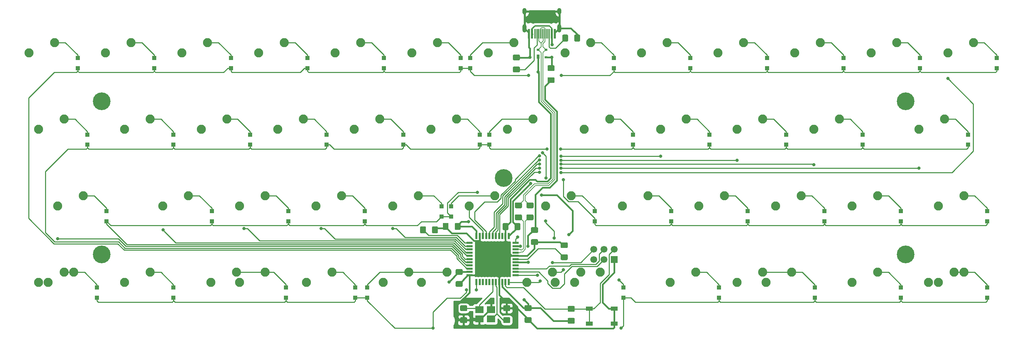
<source format=gbr>
G04 #@! TF.GenerationSoftware,KiCad,Pcbnew,(5.1.6)-1*
G04 #@! TF.CreationDate,2020-06-21T19:34:39+02:00*
G04 #@! TF.ProjectId,CC45,43433435-2e6b-4696-9361-645f70636258,rev?*
G04 #@! TF.SameCoordinates,Original*
G04 #@! TF.FileFunction,Copper,L2,Bot*
G04 #@! TF.FilePolarity,Positive*
%FSLAX46Y46*%
G04 Gerber Fmt 4.6, Leading zero omitted, Abs format (unit mm)*
G04 Created by KiCad (PCBNEW (5.1.6)-1) date 2020-06-21 19:34:39*
%MOMM*%
%LPD*%
G01*
G04 APERTURE LIST*
G04 #@! TA.AperFunction,ComponentPad*
%ADD10C,4.400000*%
G04 #@! TD*
G04 #@! TA.AperFunction,SMDPad,CuDef*
%ADD11R,1.000000X1.000000*%
G04 #@! TD*
G04 #@! TA.AperFunction,SMDPad,CuDef*
%ADD12R,0.700000X1.000000*%
G04 #@! TD*
G04 #@! TA.AperFunction,SMDPad,CuDef*
%ADD13R,0.700000X0.600000*%
G04 #@! TD*
G04 #@! TA.AperFunction,ComponentPad*
%ADD14R,1.700000X1.700000*%
G04 #@! TD*
G04 #@! TA.AperFunction,ComponentPad*
%ADD15C,1.700000*%
G04 #@! TD*
G04 #@! TA.AperFunction,ComponentPad*
%ADD16C,2.250000*%
G04 #@! TD*
G04 #@! TA.AperFunction,SMDPad,CuDef*
%ADD17R,2.100000X1.800000*%
G04 #@! TD*
G04 #@! TA.AperFunction,SMDPad,CuDef*
%ADD18R,0.600000X2.450000*%
G04 #@! TD*
G04 #@! TA.AperFunction,SMDPad,CuDef*
%ADD19R,0.300000X2.450000*%
G04 #@! TD*
G04 #@! TA.AperFunction,ComponentPad*
%ADD20O,1.000000X2.100000*%
G04 #@! TD*
G04 #@! TA.AperFunction,ComponentPad*
%ADD21O,1.000000X1.600000*%
G04 #@! TD*
G04 #@! TA.AperFunction,SMDPad,CuDef*
%ADD22R,0.550000X1.500000*%
G04 #@! TD*
G04 #@! TA.AperFunction,SMDPad,CuDef*
%ADD23R,1.500000X0.550000*%
G04 #@! TD*
G04 #@! TA.AperFunction,SMDPad,CuDef*
%ADD24R,1.800000X1.100000*%
G04 #@! TD*
G04 #@! TA.AperFunction,ViaPad*
%ADD25C,0.800000*%
G04 #@! TD*
G04 #@! TA.AperFunction,Conductor*
%ADD26C,0.400000*%
G04 #@! TD*
G04 #@! TA.AperFunction,Conductor*
%ADD27C,0.250000*%
G04 #@! TD*
G04 #@! TA.AperFunction,Conductor*
%ADD28C,0.380000*%
G04 #@! TD*
G04 #@! TA.AperFunction,Conductor*
%ADD29C,0.200000*%
G04 #@! TD*
G04 #@! TA.AperFunction,Conductor*
%ADD30C,0.254000*%
G04 #@! TD*
G04 APERTURE END LIST*
D10*
X147250000Y-61750000D03*
X47500000Y-42750000D03*
X247000000Y-42750000D03*
X247000000Y-80750000D03*
X47500000Y-80750000D03*
G04 #@! TA.AperFunction,SMDPad,CuDef*
G36*
G01*
X136537500Y-73175000D02*
X136537500Y-74425000D01*
G75*
G02*
X136287500Y-74675000I-250000J0D01*
G01*
X135362500Y-74675000D01*
G75*
G02*
X135112500Y-74425000I0J250000D01*
G01*
X135112500Y-73175000D01*
G75*
G02*
X135362500Y-72925000I250000J0D01*
G01*
X136287500Y-72925000D01*
G75*
G02*
X136537500Y-73175000I0J-250000D01*
G01*
G37*
G04 #@! TD.AperFunction*
G04 #@! TA.AperFunction,SMDPad,CuDef*
G36*
G01*
X133562500Y-73175000D02*
X133562500Y-74425000D01*
G75*
G02*
X133312500Y-74675000I-250000J0D01*
G01*
X132387500Y-74675000D01*
G75*
G02*
X132137500Y-74425000I0J250000D01*
G01*
X132137500Y-73175000D01*
G75*
G02*
X132387500Y-72925000I250000J0D01*
G01*
X133312500Y-72925000D01*
G75*
G02*
X133562500Y-73175000I0J-250000D01*
G01*
G37*
G04 #@! TD.AperFunction*
G04 #@! TA.AperFunction,SMDPad,CuDef*
G36*
G01*
X148625000Y-97793750D02*
X147375000Y-97793750D01*
G75*
G02*
X147125000Y-97543750I0J250000D01*
G01*
X147125000Y-96618750D01*
G75*
G02*
X147375000Y-96368750I250000J0D01*
G01*
X148625000Y-96368750D01*
G75*
G02*
X148875000Y-96618750I0J-250000D01*
G01*
X148875000Y-97543750D01*
G75*
G02*
X148625000Y-97793750I-250000J0D01*
G01*
G37*
G04 #@! TD.AperFunction*
G04 #@! TA.AperFunction,SMDPad,CuDef*
G36*
G01*
X148625000Y-94818750D02*
X147375000Y-94818750D01*
G75*
G02*
X147125000Y-94568750I0J250000D01*
G01*
X147125000Y-93643750D01*
G75*
G02*
X147375000Y-93393750I250000J0D01*
G01*
X148625000Y-93393750D01*
G75*
G02*
X148875000Y-93643750I0J-250000D01*
G01*
X148875000Y-94568750D01*
G75*
G02*
X148625000Y-94818750I-250000J0D01*
G01*
G37*
G04 #@! TD.AperFunction*
G04 #@! TA.AperFunction,SMDPad,CuDef*
G36*
G01*
X136687500Y-93393750D02*
X137937500Y-93393750D01*
G75*
G02*
X138187500Y-93643750I0J-250000D01*
G01*
X138187500Y-94568750D01*
G75*
G02*
X137937500Y-94818750I-250000J0D01*
G01*
X136687500Y-94818750D01*
G75*
G02*
X136437500Y-94568750I0J250000D01*
G01*
X136437500Y-93643750D01*
G75*
G02*
X136687500Y-93393750I250000J0D01*
G01*
G37*
G04 #@! TD.AperFunction*
G04 #@! TA.AperFunction,SMDPad,CuDef*
G36*
G01*
X136687500Y-96368750D02*
X137937500Y-96368750D01*
G75*
G02*
X138187500Y-96618750I0J-250000D01*
G01*
X138187500Y-97543750D01*
G75*
G02*
X137937500Y-97793750I-250000J0D01*
G01*
X136687500Y-97793750D01*
G75*
G02*
X136437500Y-97543750I0J250000D01*
G01*
X136437500Y-96618750D01*
G75*
G02*
X136687500Y-96368750I250000J0D01*
G01*
G37*
G04 #@! TD.AperFunction*
G04 #@! TA.AperFunction,SMDPad,CuDef*
G36*
G01*
X154275000Y-74000000D02*
X155525000Y-74000000D01*
G75*
G02*
X155775000Y-74250000I0J-250000D01*
G01*
X155775000Y-75175000D01*
G75*
G02*
X155525000Y-75425000I-250000J0D01*
G01*
X154275000Y-75425000D01*
G75*
G02*
X154025000Y-75175000I0J250000D01*
G01*
X154025000Y-74250000D01*
G75*
G02*
X154275000Y-74000000I250000J0D01*
G01*
G37*
G04 #@! TD.AperFunction*
G04 #@! TA.AperFunction,SMDPad,CuDef*
G36*
G01*
X154275000Y-76975000D02*
X155525000Y-76975000D01*
G75*
G02*
X155775000Y-77225000I0J-250000D01*
G01*
X155775000Y-78150000D01*
G75*
G02*
X155525000Y-78400000I-250000J0D01*
G01*
X154275000Y-78400000D01*
G75*
G02*
X154025000Y-78150000I0J250000D01*
G01*
X154025000Y-77225000D01*
G75*
G02*
X154275000Y-76975000I250000J0D01*
G01*
G37*
G04 #@! TD.AperFunction*
G04 #@! TA.AperFunction,SMDPad,CuDef*
G36*
G01*
X151387500Y-73225000D02*
X151387500Y-74475000D01*
G75*
G02*
X151137500Y-74725000I-250000J0D01*
G01*
X150212500Y-74725000D01*
G75*
G02*
X149962500Y-74475000I0J250000D01*
G01*
X149962500Y-73225000D01*
G75*
G02*
X150212500Y-72975000I250000J0D01*
G01*
X151137500Y-72975000D01*
G75*
G02*
X151387500Y-73225000I0J-250000D01*
G01*
G37*
G04 #@! TD.AperFunction*
G04 #@! TA.AperFunction,SMDPad,CuDef*
G36*
G01*
X148412500Y-73225000D02*
X148412500Y-74475000D01*
G75*
G02*
X148162500Y-74725000I-250000J0D01*
G01*
X147237500Y-74725000D01*
G75*
G02*
X146987500Y-74475000I0J250000D01*
G01*
X146987500Y-73225000D01*
G75*
G02*
X147237500Y-72975000I250000J0D01*
G01*
X148162500Y-72975000D01*
G75*
G02*
X148412500Y-73225000I0J-250000D01*
G01*
G37*
G04 #@! TD.AperFunction*
G04 #@! TA.AperFunction,SMDPad,CuDef*
G36*
G01*
X152675000Y-93350000D02*
X153925000Y-93350000D01*
G75*
G02*
X154175000Y-93600000I0J-250000D01*
G01*
X154175000Y-94525000D01*
G75*
G02*
X153925000Y-94775000I-250000J0D01*
G01*
X152675000Y-94775000D01*
G75*
G02*
X152425000Y-94525000I0J250000D01*
G01*
X152425000Y-93600000D01*
G75*
G02*
X152675000Y-93350000I250000J0D01*
G01*
G37*
G04 #@! TD.AperFunction*
G04 #@! TA.AperFunction,SMDPad,CuDef*
G36*
G01*
X152675000Y-96325000D02*
X153925000Y-96325000D01*
G75*
G02*
X154175000Y-96575000I0J-250000D01*
G01*
X154175000Y-97500000D01*
G75*
G02*
X153925000Y-97750000I-250000J0D01*
G01*
X152675000Y-97750000D01*
G75*
G02*
X152425000Y-97500000I0J250000D01*
G01*
X152425000Y-96575000D01*
G75*
G02*
X152675000Y-96325000I250000J0D01*
G01*
G37*
G04 #@! TD.AperFunction*
G04 #@! TA.AperFunction,SMDPad,CuDef*
G36*
G01*
X135575000Y-84400000D02*
X136825000Y-84400000D01*
G75*
G02*
X137075000Y-84650000I0J-250000D01*
G01*
X137075000Y-85575000D01*
G75*
G02*
X136825000Y-85825000I-250000J0D01*
G01*
X135575000Y-85825000D01*
G75*
G02*
X135325000Y-85575000I0J250000D01*
G01*
X135325000Y-84650000D01*
G75*
G02*
X135575000Y-84400000I250000J0D01*
G01*
G37*
G04 #@! TD.AperFunction*
G04 #@! TA.AperFunction,SMDPad,CuDef*
G36*
G01*
X135575000Y-87375000D02*
X136825000Y-87375000D01*
G75*
G02*
X137075000Y-87625000I0J-250000D01*
G01*
X137075000Y-88550000D01*
G75*
G02*
X136825000Y-88800000I-250000J0D01*
G01*
X135575000Y-88800000D01*
G75*
G02*
X135325000Y-88550000I0J250000D01*
G01*
X135325000Y-87625000D01*
G75*
G02*
X135575000Y-87375000I250000J0D01*
G01*
G37*
G04 #@! TD.AperFunction*
G04 #@! TA.AperFunction,SMDPad,CuDef*
G36*
G01*
X162875000Y-82150000D02*
X161625000Y-82150000D01*
G75*
G02*
X161375000Y-81900000I0J250000D01*
G01*
X161375000Y-80975000D01*
G75*
G02*
X161625000Y-80725000I250000J0D01*
G01*
X162875000Y-80725000D01*
G75*
G02*
X163125000Y-80975000I0J-250000D01*
G01*
X163125000Y-81900000D01*
G75*
G02*
X162875000Y-82150000I-250000J0D01*
G01*
G37*
G04 #@! TD.AperFunction*
G04 #@! TA.AperFunction,SMDPad,CuDef*
G36*
G01*
X162875000Y-79175000D02*
X161625000Y-79175000D01*
G75*
G02*
X161375000Y-78925000I0J250000D01*
G01*
X161375000Y-78000000D01*
G75*
G02*
X161625000Y-77750000I250000J0D01*
G01*
X162875000Y-77750000D01*
G75*
G02*
X163125000Y-78000000I0J-250000D01*
G01*
X163125000Y-78925000D01*
G75*
G02*
X162875000Y-79175000I-250000J0D01*
G01*
G37*
G04 #@! TD.AperFunction*
D11*
X41562500Y-34500000D03*
X41562500Y-32000000D03*
X267187500Y-91500000D03*
X267187500Y-89000000D03*
X245812500Y-91500000D03*
X245812500Y-89000000D03*
X224437500Y-91500000D03*
X224437500Y-89000000D03*
X200687500Y-91500000D03*
X200687500Y-89000000D03*
X176937500Y-91500000D03*
X176937500Y-89000000D03*
X113406250Y-91500000D03*
X113406250Y-89000000D03*
X110437500Y-91500000D03*
X110437500Y-89000000D03*
X93218750Y-91500000D03*
X93218750Y-89000000D03*
X65312500Y-91500000D03*
X65312500Y-89000000D03*
X46312500Y-91500000D03*
X46312500Y-89000000D03*
X267187500Y-72500000D03*
X267187500Y-70000000D03*
X245812500Y-72500000D03*
X245812500Y-70000000D03*
X226812500Y-72500000D03*
X226812500Y-70000000D03*
X207812500Y-72500000D03*
X207812500Y-70000000D03*
X188812500Y-72500000D03*
X188812500Y-70000000D03*
X169812500Y-72500000D03*
X169812500Y-70000000D03*
X134187500Y-71312500D03*
X134187500Y-68812500D03*
X131812500Y-71312500D03*
X131812500Y-68812500D03*
X112812500Y-72500000D03*
X112812500Y-70000000D03*
X93812500Y-72500000D03*
X93812500Y-70000000D03*
X74812500Y-72500000D03*
X74812500Y-70000000D03*
X48687500Y-72500000D03*
X48687500Y-70000000D03*
X262437500Y-53500000D03*
X262437500Y-51000000D03*
X236312500Y-53500000D03*
X236312500Y-51000000D03*
X217312500Y-53500000D03*
X217312500Y-51000000D03*
X198312500Y-53500000D03*
X198312500Y-51000000D03*
X179312500Y-53500000D03*
X179312500Y-51000000D03*
X143687500Y-53500000D03*
X143687500Y-51000000D03*
X141312500Y-53500000D03*
X141312500Y-51000000D03*
X122312500Y-53500000D03*
X122312500Y-51000000D03*
X103312500Y-53500000D03*
X103312500Y-51000000D03*
X84312500Y-53500000D03*
X84312500Y-51000000D03*
X65312500Y-53500000D03*
X65312500Y-51000000D03*
X43937500Y-53500000D03*
X43937500Y-51000000D03*
X269562500Y-34500000D03*
X269562500Y-32000000D03*
X250562500Y-34500000D03*
X250562500Y-32000000D03*
X231562500Y-34500000D03*
X231562500Y-32000000D03*
X212562500Y-34500000D03*
X212562500Y-32000000D03*
X193562500Y-34500000D03*
X193562500Y-32000000D03*
X174562500Y-34500000D03*
X174562500Y-32000000D03*
X138937500Y-34500000D03*
X138937500Y-32000000D03*
X136562500Y-34500000D03*
X136562500Y-32000000D03*
X117562500Y-34500000D03*
X117562500Y-32000000D03*
X98562500Y-34500000D03*
X98562500Y-32000000D03*
X79562500Y-34500000D03*
X79562500Y-32000000D03*
X60562500Y-34500000D03*
X60562500Y-32000000D03*
G04 #@! TA.AperFunction,SMDPad,CuDef*
G36*
G01*
X149775000Y-31150000D02*
X151025000Y-31150000D01*
G75*
G02*
X151275000Y-31400000I0J-250000D01*
G01*
X151275000Y-32325000D01*
G75*
G02*
X151025000Y-32575000I-250000J0D01*
G01*
X149775000Y-32575000D01*
G75*
G02*
X149525000Y-32325000I0J250000D01*
G01*
X149525000Y-31400000D01*
G75*
G02*
X149775000Y-31150000I250000J0D01*
G01*
G37*
G04 #@! TD.AperFunction*
G04 #@! TA.AperFunction,SMDPad,CuDef*
G36*
G01*
X149775000Y-34125000D02*
X151025000Y-34125000D01*
G75*
G02*
X151275000Y-34375000I0J-250000D01*
G01*
X151275000Y-35300000D01*
G75*
G02*
X151025000Y-35550000I-250000J0D01*
G01*
X149775000Y-35550000D01*
G75*
G02*
X149525000Y-35300000I0J250000D01*
G01*
X149525000Y-34375000D01*
G75*
G02*
X149775000Y-34125000I250000J0D01*
G01*
G37*
G04 #@! TD.AperFunction*
G04 #@! TA.AperFunction,SMDPad,CuDef*
G36*
G01*
X166200000Y-26425000D02*
X166200000Y-27675000D01*
G75*
G02*
X165950000Y-27925000I-250000J0D01*
G01*
X165025000Y-27925000D01*
G75*
G02*
X164775000Y-27675000I0J250000D01*
G01*
X164775000Y-26425000D01*
G75*
G02*
X165025000Y-26175000I250000J0D01*
G01*
X165950000Y-26175000D01*
G75*
G02*
X166200000Y-26425000I0J-250000D01*
G01*
G37*
G04 #@! TD.AperFunction*
G04 #@! TA.AperFunction,SMDPad,CuDef*
G36*
G01*
X163225000Y-26425000D02*
X163225000Y-27675000D01*
G75*
G02*
X162975000Y-27925000I-250000J0D01*
G01*
X162050000Y-27925000D01*
G75*
G02*
X161800000Y-27675000I0J250000D01*
G01*
X161800000Y-26425000D01*
G75*
G02*
X162050000Y-26175000I250000J0D01*
G01*
X162975000Y-26175000D01*
G75*
G02*
X163225000Y-26425000I0J-250000D01*
G01*
G37*
G04 #@! TD.AperFunction*
G04 #@! TA.AperFunction,SMDPad,CuDef*
G36*
G01*
X163375000Y-93550000D02*
X164625000Y-93550000D01*
G75*
G02*
X164875000Y-93800000I0J-250000D01*
G01*
X164875000Y-94725000D01*
G75*
G02*
X164625000Y-94975000I-250000J0D01*
G01*
X163375000Y-94975000D01*
G75*
G02*
X163125000Y-94725000I0J250000D01*
G01*
X163125000Y-93800000D01*
G75*
G02*
X163375000Y-93550000I250000J0D01*
G01*
G37*
G04 #@! TD.AperFunction*
G04 #@! TA.AperFunction,SMDPad,CuDef*
G36*
G01*
X163375000Y-96525000D02*
X164625000Y-96525000D01*
G75*
G02*
X164875000Y-96775000I0J-250000D01*
G01*
X164875000Y-97700000D01*
G75*
G02*
X164625000Y-97950000I-250000J0D01*
G01*
X163375000Y-97950000D01*
G75*
G02*
X163125000Y-97700000I0J250000D01*
G01*
X163125000Y-96775000D01*
G75*
G02*
X163375000Y-96525000I250000J0D01*
G01*
G37*
G04 #@! TD.AperFunction*
G04 #@! TA.AperFunction,SMDPad,CuDef*
G36*
G01*
X154406250Y-72262500D02*
X153156250Y-72262500D01*
G75*
G02*
X152906250Y-72012500I0J250000D01*
G01*
X152906250Y-71087500D01*
G75*
G02*
X153156250Y-70837500I250000J0D01*
G01*
X154406250Y-70837500D01*
G75*
G02*
X154656250Y-71087500I0J-250000D01*
G01*
X154656250Y-72012500D01*
G75*
G02*
X154406250Y-72262500I-250000J0D01*
G01*
G37*
G04 #@! TD.AperFunction*
G04 #@! TA.AperFunction,SMDPad,CuDef*
G36*
G01*
X154406250Y-69287500D02*
X153156250Y-69287500D01*
G75*
G02*
X152906250Y-69037500I0J250000D01*
G01*
X152906250Y-68112500D01*
G75*
G02*
X153156250Y-67862500I250000J0D01*
G01*
X154406250Y-67862500D01*
G75*
G02*
X154656250Y-68112500I0J-250000D01*
G01*
X154656250Y-69037500D01*
G75*
G02*
X154406250Y-69287500I-250000J0D01*
G01*
G37*
G04 #@! TD.AperFunction*
G04 #@! TA.AperFunction,SMDPad,CuDef*
G36*
G01*
X151520250Y-72262500D02*
X150270250Y-72262500D01*
G75*
G02*
X150020250Y-72012500I0J250000D01*
G01*
X150020250Y-71087500D01*
G75*
G02*
X150270250Y-70837500I250000J0D01*
G01*
X151520250Y-70837500D01*
G75*
G02*
X151770250Y-71087500I0J-250000D01*
G01*
X151770250Y-72012500D01*
G75*
G02*
X151520250Y-72262500I-250000J0D01*
G01*
G37*
G04 #@! TD.AperFunction*
G04 #@! TA.AperFunction,SMDPad,CuDef*
G36*
G01*
X151520250Y-69287500D02*
X150270250Y-69287500D01*
G75*
G02*
X150020250Y-69037500I0J250000D01*
G01*
X150020250Y-68112500D01*
G75*
G02*
X150270250Y-67862500I250000J0D01*
G01*
X151520250Y-67862500D01*
G75*
G02*
X151770250Y-68112500I0J-250000D01*
G01*
X151770250Y-69037500D01*
G75*
G02*
X151520250Y-69287500I-250000J0D01*
G01*
G37*
G04 #@! TD.AperFunction*
G04 #@! TA.AperFunction,SMDPad,CuDef*
G36*
G01*
X130912500Y-74025000D02*
X130912500Y-75275000D01*
G75*
G02*
X130662500Y-75525000I-250000J0D01*
G01*
X129737500Y-75525000D01*
G75*
G02*
X129487500Y-75275000I0J250000D01*
G01*
X129487500Y-74025000D01*
G75*
G02*
X129737500Y-73775000I250000J0D01*
G01*
X130662500Y-73775000D01*
G75*
G02*
X130912500Y-74025000I0J-250000D01*
G01*
G37*
G04 #@! TD.AperFunction*
G04 #@! TA.AperFunction,SMDPad,CuDef*
G36*
G01*
X127937500Y-74025000D02*
X127937500Y-75275000D01*
G75*
G02*
X127687500Y-75525000I-250000J0D01*
G01*
X126762500Y-75525000D01*
G75*
G02*
X126512500Y-75275000I0J250000D01*
G01*
X126512500Y-74025000D01*
G75*
G02*
X126762500Y-73775000I250000J0D01*
G01*
X127687500Y-73775000D01*
G75*
G02*
X127937500Y-74025000I0J-250000D01*
G01*
G37*
G04 #@! TD.AperFunction*
D12*
X155750000Y-31612500D03*
D13*
X157750000Y-31812500D03*
X155750000Y-29912500D03*
X157750000Y-29912500D03*
D14*
X174690000Y-82020000D03*
D15*
X174690000Y-79480000D03*
X172150000Y-82020000D03*
X172150000Y-79480000D03*
X169610000Y-82020000D03*
X169610000Y-79480000D03*
D16*
X261415000Y-85170000D03*
X255065000Y-87710000D03*
X218665000Y-85170000D03*
X212315000Y-87710000D03*
X194915000Y-85170000D03*
X188565000Y-87710000D03*
X104665000Y-85170000D03*
X98315000Y-87710000D03*
X80915000Y-85170000D03*
X74565000Y-87710000D03*
X38165000Y-85170000D03*
X31815000Y-87710000D03*
X261415000Y-66170000D03*
X255065000Y-68710000D03*
X38165000Y-47170000D03*
X31815000Y-49710000D03*
X159315000Y-85170000D03*
X152965000Y-87710000D03*
X171165000Y-85170000D03*
X164815000Y-87710000D03*
X123665000Y-85170000D03*
X117315000Y-87710000D03*
X40540000Y-85170000D03*
X34190000Y-87710000D03*
X88040000Y-85170000D03*
X81690000Y-87710000D03*
X211540000Y-85170000D03*
X205190000Y-87710000D03*
X259040000Y-85170000D03*
X252690000Y-87710000D03*
X240040000Y-85170000D03*
X233690000Y-87710000D03*
X166415000Y-85170000D03*
X160065000Y-87710000D03*
X133165000Y-85170000D03*
X126815000Y-87710000D03*
X59540000Y-85170000D03*
X53190000Y-87710000D03*
X42915000Y-66170000D03*
X36565000Y-68710000D03*
X256665000Y-47170000D03*
X250315000Y-49710000D03*
X240040000Y-66170000D03*
X233690000Y-68710000D03*
X221040000Y-66170000D03*
X214690000Y-68710000D03*
X202040000Y-66170000D03*
X195690000Y-68710000D03*
X183040000Y-66170000D03*
X176690000Y-68710000D03*
X164040000Y-66170000D03*
X157690000Y-68710000D03*
X145040000Y-66170000D03*
X138690000Y-68710000D03*
X126040000Y-66170000D03*
X119690000Y-68710000D03*
X107040000Y-66170000D03*
X100690000Y-68710000D03*
X88040000Y-66170000D03*
X81690000Y-68710000D03*
X69040000Y-66170000D03*
X62690000Y-68710000D03*
X230540000Y-47170000D03*
X224190000Y-49710000D03*
X211540000Y-47170000D03*
X205190000Y-49710000D03*
X192540000Y-47170000D03*
X186190000Y-49710000D03*
X173540000Y-47170000D03*
X167190000Y-49710000D03*
X154540000Y-47170000D03*
X148190000Y-49710000D03*
X135540000Y-47170000D03*
X129190000Y-49710000D03*
X116540000Y-47170000D03*
X110190000Y-49710000D03*
X97540000Y-47170000D03*
X91190000Y-49710000D03*
X78540000Y-47170000D03*
X72190000Y-49710000D03*
X59540000Y-47170000D03*
X53190000Y-49710000D03*
X263790000Y-28170000D03*
X257440000Y-30710000D03*
X244790000Y-28170000D03*
X238440000Y-30710000D03*
X225790000Y-28170000D03*
X219440000Y-30710000D03*
X206790000Y-28170000D03*
X200440000Y-30710000D03*
X187790000Y-28170000D03*
X181440000Y-30710000D03*
X168790000Y-28170000D03*
X162440000Y-30710000D03*
X149790000Y-28170000D03*
X143440000Y-30710000D03*
X130790000Y-28170000D03*
X124440000Y-30710000D03*
X111790000Y-28170000D03*
X105440000Y-30710000D03*
X92790000Y-28170000D03*
X86440000Y-30710000D03*
X73790000Y-28170000D03*
X67440000Y-30710000D03*
X54790000Y-28170000D03*
X48440000Y-30710000D03*
X35790000Y-28170000D03*
X29440000Y-30710000D03*
D17*
X141206250Y-96743750D03*
X144106250Y-96743750D03*
X144106250Y-94443750D03*
X141206250Y-94443750D03*
D18*
X159975000Y-26007500D03*
X153525000Y-26007500D03*
X159200000Y-26007500D03*
X154300000Y-26007500D03*
D19*
X155000000Y-26007500D03*
X158500000Y-26007500D03*
X155500000Y-26007500D03*
X158000000Y-26007500D03*
X156000000Y-26007500D03*
X157500000Y-26007500D03*
X157000000Y-26007500D03*
X156500000Y-26007500D03*
D20*
X152430000Y-24592500D03*
X161070000Y-24592500D03*
D21*
X152430000Y-20412500D03*
X161070000Y-20412500D03*
D22*
X148500000Y-76200000D03*
X147700000Y-76200000D03*
X146900000Y-76200000D03*
X146100000Y-76200000D03*
X145300000Y-76200000D03*
X144500000Y-76200000D03*
X143700000Y-76200000D03*
X142900000Y-76200000D03*
X142100000Y-76200000D03*
X141300000Y-76200000D03*
X140500000Y-76200000D03*
D23*
X138800000Y-77900000D03*
X138800000Y-78700000D03*
X138800000Y-79500000D03*
X138800000Y-80300000D03*
X138800000Y-81100000D03*
X138800000Y-81900000D03*
X138800000Y-82700000D03*
X138800000Y-83500000D03*
X138800000Y-84300000D03*
X138800000Y-85100000D03*
X138800000Y-85900000D03*
D22*
X140500000Y-87600000D03*
X141300000Y-87600000D03*
X142100000Y-87600000D03*
X142900000Y-87600000D03*
X143700000Y-87600000D03*
X144500000Y-87600000D03*
X145300000Y-87600000D03*
X146100000Y-87600000D03*
X146900000Y-87600000D03*
X147700000Y-87600000D03*
X148500000Y-87600000D03*
D23*
X150200000Y-85900000D03*
X150200000Y-85100000D03*
X150200000Y-84300000D03*
X150200000Y-83500000D03*
X150200000Y-82700000D03*
X150200000Y-81900000D03*
X150200000Y-81100000D03*
X150200000Y-80300000D03*
X150200000Y-79500000D03*
X150200000Y-78700000D03*
X150200000Y-77900000D03*
D24*
X168450000Y-94250000D03*
X174650000Y-97950000D03*
X168450000Y-97950000D03*
X174650000Y-94250000D03*
G04 #@! TA.AperFunction,SMDPad,CuDef*
G36*
G01*
X159625000Y-35225000D02*
X158375000Y-35225000D01*
G75*
G02*
X158125000Y-34975000I0J250000D01*
G01*
X158125000Y-34050000D01*
G75*
G02*
X158375000Y-33800000I250000J0D01*
G01*
X159625000Y-33800000D01*
G75*
G02*
X159875000Y-34050000I0J-250000D01*
G01*
X159875000Y-34975000D01*
G75*
G02*
X159625000Y-35225000I-250000J0D01*
G01*
G37*
G04 #@! TD.AperFunction*
G04 #@! TA.AperFunction,SMDPad,CuDef*
G36*
G01*
X159625000Y-38200000D02*
X158375000Y-38200000D01*
G75*
G02*
X158125000Y-37950000I0J250000D01*
G01*
X158125000Y-37025000D01*
G75*
G02*
X158375000Y-36775000I250000J0D01*
G01*
X159625000Y-36775000D01*
G75*
G02*
X159875000Y-37025000I0J-250000D01*
G01*
X159875000Y-37950000D01*
G75*
G02*
X159625000Y-38200000I-250000J0D01*
G01*
G37*
G04 #@! TD.AperFunction*
D25*
X153750000Y-31800000D03*
X155750000Y-35450000D03*
X163425000Y-75825000D03*
X156650000Y-66050000D03*
X153900000Y-63150000D03*
X152300000Y-92000000D03*
X153300000Y-82700000D03*
X153263250Y-78700000D03*
X151413250Y-78700000D03*
X138500000Y-72600000D03*
X133650000Y-87600000D03*
X153400000Y-36300000D03*
X161550000Y-36300000D03*
X161400000Y-54550000D03*
X157950000Y-54550000D03*
X162050000Y-62200000D03*
X140718750Y-65312500D03*
X129700000Y-99074984D03*
X140500000Y-89550000D03*
X138000000Y-89550000D03*
X176350000Y-99075000D03*
X175850000Y-87100000D03*
X162050000Y-84600000D03*
X159225000Y-28700000D03*
X159200000Y-31850000D03*
X159350000Y-82750000D03*
X155650000Y-85900000D03*
X36565000Y-76885000D03*
X62700000Y-74650000D03*
X82814999Y-74335001D03*
X101943901Y-74306099D03*
X119690000Y-74293901D03*
X156850000Y-55550000D03*
X157700000Y-61775000D03*
X156300000Y-87350000D03*
X159800000Y-76650000D03*
X157690000Y-72459996D03*
X150750000Y-76400000D03*
X156125000Y-56324988D03*
X186190000Y-56340000D03*
X161500000Y-56349994D03*
X156125000Y-57324991D03*
X205190000Y-57360000D03*
X161500000Y-57349997D03*
X224190000Y-58460000D03*
X161500000Y-58350000D03*
X156125000Y-58324994D03*
X250315000Y-59335000D03*
X161500000Y-59350000D03*
X156125000Y-59324997D03*
X161500000Y-60400000D03*
X156125000Y-60325000D03*
X257450000Y-37100000D03*
D26*
X153687500Y-31862500D02*
X153750000Y-31800000D01*
X150400000Y-31862500D02*
X153687500Y-31862500D01*
X153525000Y-27632500D02*
X153525000Y-26007500D01*
X153750000Y-29600000D02*
X153525000Y-29375000D01*
X153750000Y-31800000D02*
X153750000Y-29600000D01*
X153525000Y-29375000D02*
X153525000Y-27632500D01*
X141300000Y-77350000D02*
X141300000Y-76200000D01*
X143495002Y-79545002D02*
X141300000Y-77350000D01*
X147700000Y-79545002D02*
X143495002Y-79545002D01*
X161237500Y-77687500D02*
X162012500Y-78462500D01*
X162012500Y-78462500D02*
X162250000Y-78462500D01*
X154900000Y-77687500D02*
X161237500Y-77687500D01*
X138800000Y-90200000D02*
X135850000Y-93150000D01*
X138800000Y-85900000D02*
X138800000Y-90200000D01*
X135850000Y-93150000D02*
X135850000Y-96493750D01*
X135850000Y-96493750D02*
X136437500Y-97081250D01*
X136437500Y-97081250D02*
X137312500Y-97081250D01*
X153525000Y-26007500D02*
X153525000Y-25687500D01*
X153525000Y-25687500D02*
X152430000Y-24592500D01*
X174650000Y-94250000D02*
X173350000Y-94250000D01*
X174700000Y-82030000D02*
X174690000Y-82020000D01*
X174700000Y-85250000D02*
X174700000Y-82030000D01*
X171750000Y-88200000D02*
X174700000Y-85250000D01*
X171750000Y-92650000D02*
X171750000Y-88200000D01*
X173350000Y-94250000D02*
X171750000Y-92650000D01*
X174650000Y-97950000D02*
X174650000Y-94250000D01*
X161070000Y-24592500D02*
X161070000Y-23142500D01*
X161070000Y-23142500D02*
X161070000Y-20412500D01*
X152430000Y-20412500D02*
X152430000Y-21612500D01*
X152430000Y-21612500D02*
X152430000Y-24592500D01*
X152430000Y-20412500D02*
X161070000Y-20412500D01*
X159975000Y-26007500D02*
X159975000Y-25687500D01*
X159975000Y-25687500D02*
X161070000Y-24592500D01*
X150200000Y-81100000D02*
X149254998Y-81100000D01*
X149254998Y-81100000D02*
X147700000Y-79545002D01*
X147700000Y-79545002D02*
X147700000Y-77350000D01*
X147700000Y-77350000D02*
X147700000Y-76200000D01*
X145550000Y-85900000D02*
X145550000Y-84600000D01*
X149050000Y-81100000D02*
X150200000Y-81100000D01*
X145550000Y-84600000D02*
X149050000Y-81100000D01*
X146100000Y-87600000D02*
X146100000Y-86450000D01*
X146100000Y-86450000D02*
X145550000Y-85900000D01*
X145550000Y-85900000D02*
X139950000Y-85900000D01*
X139950000Y-85900000D02*
X138800000Y-85900000D01*
X141206250Y-96743750D02*
X141576252Y-96743750D01*
X143876252Y-94443750D02*
X144106250Y-94443750D01*
X141576252Y-96743750D02*
X143876252Y-94443750D01*
X137312500Y-97081250D02*
X140868750Y-97081250D01*
X140868750Y-97081250D02*
X141206250Y-96743750D01*
X138800000Y-85900000D02*
X138387500Y-85900000D01*
X138387500Y-85900000D02*
X136200000Y-88087500D01*
X165487500Y-26175000D02*
X165487500Y-27050000D01*
X163905000Y-24592500D02*
X165487500Y-26175000D01*
X161070000Y-24592500D02*
X163905000Y-24592500D01*
X154900000Y-79300000D02*
X154900000Y-77687500D01*
X153100000Y-81100000D02*
X154900000Y-79300000D01*
X150200000Y-81100000D02*
X153100000Y-81100000D01*
X155750000Y-35450000D02*
X155750000Y-31612500D01*
X141300000Y-77145002D02*
X141300000Y-76200000D01*
X141095001Y-77350001D02*
X141300000Y-77145002D01*
X132850000Y-74000000D02*
X134350000Y-75500000D01*
X132850000Y-73800000D02*
X132850000Y-74000000D01*
X134350000Y-75500000D02*
X138050000Y-75500000D01*
X138050000Y-75500000D02*
X139900001Y-77350001D01*
X139900001Y-77350001D02*
X141095001Y-77350001D01*
X132450000Y-74200000D02*
X132850000Y-73800000D01*
X130650000Y-74200000D02*
X132450000Y-74200000D01*
X130200000Y-74650000D02*
X130650000Y-74200000D01*
X148000000Y-92750000D02*
X148000000Y-94106250D01*
X149250000Y-92750000D02*
X148000000Y-92750000D01*
X153300000Y-97037500D02*
X153300000Y-96800000D01*
X153300000Y-96800000D02*
X149250000Y-92750000D01*
X146100000Y-87600000D02*
X146100000Y-90850000D01*
X146100000Y-90850000D02*
X148000000Y-92750000D01*
X155509001Y-99159001D02*
X153387500Y-97037500D01*
X174390999Y-99159001D02*
X155509001Y-99159001D01*
X153387500Y-97037500D02*
X153300000Y-97037500D01*
X174650000Y-97950000D02*
X174650000Y-98900000D01*
X174650000Y-98900000D02*
X174390999Y-99159001D01*
X156000000Y-35700000D02*
X155750000Y-35450000D01*
X156000000Y-42925320D02*
X156000000Y-35700000D01*
X158950000Y-45875320D02*
X156000000Y-42925320D01*
X147700000Y-76200000D02*
X147700000Y-73900000D01*
X147700000Y-73900000D02*
X148900000Y-72700000D01*
X148900000Y-72700000D02*
X148900000Y-67000000D01*
X148900000Y-67000000D02*
X153700000Y-62200000D01*
X153700000Y-62200000D02*
X155100000Y-62200000D01*
X155100000Y-62200000D02*
X155499999Y-62599999D01*
X155499999Y-62599999D02*
X158100001Y-62599999D01*
X158100001Y-62599999D02*
X158950000Y-61750000D01*
X158950000Y-61750000D02*
X158950000Y-45875320D01*
D27*
X153200000Y-81900000D02*
X155750000Y-79350000D01*
X150200000Y-81900000D02*
X153200000Y-81900000D01*
X155750000Y-79350000D02*
X160050000Y-79350000D01*
X160050000Y-79350000D02*
X162137500Y-81437500D01*
X162137500Y-81437500D02*
X162250000Y-81437500D01*
D26*
X159587500Y-97237500D02*
X164000000Y-97237500D01*
X160450000Y-66050000D02*
X164350000Y-69950000D01*
X164350000Y-69950000D02*
X164350000Y-74900000D01*
X156650000Y-66050000D02*
X160450000Y-66050000D01*
X164350000Y-74900000D02*
X163425000Y-75825000D01*
X153300000Y-82700000D02*
X150200000Y-82700000D01*
X153263250Y-76136750D02*
X154687500Y-74712500D01*
X154687500Y-74712500D02*
X154900000Y-74712500D01*
X153263250Y-78700000D02*
X153263250Y-76136750D01*
X150200000Y-78700000D02*
X151413250Y-78700000D01*
X136200000Y-85112500D02*
X138787500Y-85112500D01*
X138787500Y-85112500D02*
X138800000Y-85100000D01*
X155100000Y-74512500D02*
X154900000Y-74712500D01*
X157500000Y-42350000D02*
X160450000Y-45300000D01*
X160450000Y-62400000D02*
X158700000Y-64150000D01*
X160450000Y-45300000D02*
X160450000Y-62400000D01*
X159000000Y-37487500D02*
X157500000Y-38987500D01*
X158700000Y-64150000D02*
X156850000Y-64150000D01*
X157500000Y-38987500D02*
X157500000Y-42350000D01*
X156850000Y-64150000D02*
X155100000Y-65900000D01*
X155100000Y-65900000D02*
X155100000Y-74512500D01*
X135825000Y-73800000D02*
X139400000Y-73800000D01*
X140500000Y-74900000D02*
X140500000Y-76200000D01*
X139400000Y-73800000D02*
X140500000Y-74900000D01*
X136750000Y-72600000D02*
X138500000Y-72600000D01*
X135825000Y-73800000D02*
X135825000Y-73525000D01*
X135825000Y-73525000D02*
X136750000Y-72600000D01*
X136137500Y-85112500D02*
X133650000Y-87600000D01*
X136200000Y-85112500D02*
X136137500Y-85112500D01*
X153300000Y-94062500D02*
X156412500Y-94062500D01*
X156412500Y-94062500D02*
X159587500Y-97237500D01*
X153300000Y-93000000D02*
X152300000Y-92000000D01*
X153300000Y-94062500D02*
X153300000Y-93000000D01*
X152162500Y-94062500D02*
X153300000Y-94062500D01*
X146900000Y-87600000D02*
X146900000Y-88800000D01*
X146900000Y-88800000D02*
X152162500Y-94062500D01*
X150675000Y-74025000D02*
X148500000Y-76200000D01*
X150675000Y-73850000D02*
X150675000Y-74025000D01*
X149500000Y-67550000D02*
X153900000Y-63150000D01*
X150675000Y-73850000D02*
X149500000Y-72675000D01*
X149500000Y-72675000D02*
X149500000Y-67550000D01*
D27*
X141206250Y-94443750D02*
X141206250Y-93293750D01*
X141206250Y-93293750D02*
X144500000Y-90000000D01*
X144500000Y-90000000D02*
X144500000Y-88600000D01*
X144500000Y-88600000D02*
X144500000Y-87600000D01*
X137312500Y-94106250D02*
X140868750Y-94106250D01*
X140868750Y-94106250D02*
X141206250Y-94443750D01*
X145550000Y-95450000D02*
X147181250Y-97081250D01*
X147181250Y-97081250D02*
X148000000Y-97081250D01*
X145300000Y-88600000D02*
X145550000Y-88850000D01*
X145300000Y-87600000D02*
X145300000Y-88600000D01*
X145550000Y-88850000D02*
X145550000Y-95450000D01*
X145550000Y-95450000D02*
X144256250Y-96743750D01*
X144256250Y-96743750D02*
X144106250Y-96743750D01*
X144237501Y-96743750D02*
X144106250Y-96743750D01*
X35790000Y-28170000D02*
X38482500Y-28170000D01*
X38482500Y-28170000D02*
X41562500Y-31250000D01*
X41562500Y-31250000D02*
X41562500Y-32000000D01*
X173600000Y-36300000D02*
X174562500Y-35337500D01*
X161550000Y-36300000D02*
X173600000Y-36300000D01*
X174562500Y-35337500D02*
X174562500Y-35250000D01*
X174562500Y-34500000D02*
X174550000Y-34512500D01*
X60562500Y-34500000D02*
X60562500Y-35250000D01*
X60562500Y-35250000D02*
X60243599Y-35568901D01*
X60243599Y-35568901D02*
X41881401Y-35568901D01*
X41881401Y-35568901D02*
X41562500Y-35250000D01*
X41562500Y-35250000D02*
X41562500Y-34500000D01*
X79562500Y-34500000D02*
X78812500Y-34500000D01*
X78812500Y-34500000D02*
X77743599Y-35568901D01*
X77743599Y-35568901D02*
X60881401Y-35568901D01*
X60881401Y-35568901D02*
X60562500Y-35250000D01*
X98562500Y-34500000D02*
X97812500Y-34500000D01*
X97812500Y-34500000D02*
X96743599Y-35568901D01*
X96743599Y-35568901D02*
X79881401Y-35568901D01*
X79881401Y-35568901D02*
X79562500Y-35250000D01*
X79562500Y-35250000D02*
X79562500Y-34500000D01*
X117562500Y-34500000D02*
X117562500Y-35250000D01*
X117562500Y-35250000D02*
X117243599Y-35568901D01*
X117243599Y-35568901D02*
X98881401Y-35568901D01*
X98881401Y-35568901D02*
X98562500Y-35250000D01*
X98562500Y-35250000D02*
X98562500Y-34500000D01*
X136562500Y-34500000D02*
X136562500Y-35250000D01*
X136562500Y-35250000D02*
X136243599Y-35568901D01*
X136243599Y-35568901D02*
X117881401Y-35568901D01*
X117881401Y-35568901D02*
X117562500Y-35250000D01*
X138937500Y-34500000D02*
X136562500Y-34500000D01*
X153400000Y-36300000D02*
X139987500Y-36300000D01*
X139987500Y-36300000D02*
X138937500Y-35250000D01*
X138937500Y-35250000D02*
X138937500Y-34500000D01*
X193562500Y-34500000D02*
X193562500Y-35250000D01*
X193562500Y-35250000D02*
X193243599Y-35568901D01*
X193243599Y-35568901D02*
X174881401Y-35568901D01*
X174881401Y-35568901D02*
X174562500Y-35250000D01*
X174562500Y-35250000D02*
X174562500Y-34500000D01*
X212562500Y-34500000D02*
X212562500Y-35250000D01*
X212562500Y-35250000D02*
X212243599Y-35568901D01*
X212243599Y-35568901D02*
X193881401Y-35568901D01*
X193881401Y-35568901D02*
X193562500Y-35250000D01*
X231562500Y-35237500D02*
X231231099Y-35568901D01*
X231562500Y-34500000D02*
X231562500Y-35237500D01*
X231231099Y-35568901D02*
X212881401Y-35568901D01*
X212881401Y-35568901D02*
X212562500Y-35250000D01*
X250562500Y-35187500D02*
X250181099Y-35568901D01*
X250562500Y-34500000D02*
X250562500Y-35187500D01*
X250181099Y-35568901D02*
X231881401Y-35568901D01*
X231881401Y-35568901D02*
X231562500Y-35250000D01*
X231562500Y-35250000D02*
X231562500Y-34500000D01*
X269562500Y-34500000D02*
X269562500Y-35250000D01*
X269562500Y-35250000D02*
X269243599Y-35568901D01*
X269243599Y-35568901D02*
X250881401Y-35568901D01*
X250881401Y-35568901D02*
X250562500Y-35250000D01*
X250562500Y-35250000D02*
X250562500Y-34500000D01*
X135600000Y-81800000D02*
X135600000Y-81200000D01*
X41250000Y-35550000D02*
X41562500Y-35237500D01*
X138800000Y-84300000D02*
X138100000Y-84300000D01*
X41562500Y-35237500D02*
X41562500Y-34500000D01*
X29344999Y-71781409D02*
X29344999Y-41905001D01*
X134050000Y-79650000D02*
X53050000Y-79650000D01*
X135600000Y-81200000D02*
X134050000Y-79650000D01*
X53050000Y-79650000D02*
X51500000Y-78100000D01*
X51500000Y-78100000D02*
X35663590Y-78100000D01*
X35663590Y-78100000D02*
X29344999Y-71781409D01*
X138100000Y-84300000D02*
X135600000Y-81800000D01*
X35700000Y-35550000D02*
X41250000Y-35550000D01*
X29344999Y-41905001D02*
X35700000Y-35550000D01*
X54790000Y-28170000D02*
X57482500Y-28170000D01*
X57482500Y-28170000D02*
X60562500Y-31250000D01*
X60562500Y-31250000D02*
X60562500Y-32000000D01*
X73790000Y-28170000D02*
X76482500Y-28170000D01*
X76482500Y-28170000D02*
X79562500Y-31250000D01*
X79562500Y-31250000D02*
X79562500Y-32000000D01*
X92790000Y-28170000D02*
X95482500Y-28170000D01*
X95482500Y-28170000D02*
X98562500Y-31250000D01*
X98562500Y-31250000D02*
X98562500Y-32000000D01*
X111790000Y-28170000D02*
X114482500Y-28170000D01*
X114482500Y-28170000D02*
X117562500Y-31250000D01*
X117562500Y-31250000D02*
X117562500Y-32000000D01*
X130790000Y-28170000D02*
X133482500Y-28170000D01*
X133482500Y-28170000D02*
X136562500Y-31250000D01*
X136562500Y-31250000D02*
X136562500Y-32000000D01*
X149790000Y-28170000D02*
X142017500Y-28170000D01*
X142017500Y-28170000D02*
X138937500Y-31250000D01*
X138937500Y-31250000D02*
X138937500Y-32000000D01*
X168790000Y-28170000D02*
X171482500Y-28170000D01*
X171482500Y-28170000D02*
X174562500Y-31250000D01*
X174562500Y-31250000D02*
X174562500Y-32000000D01*
X187790000Y-28170000D02*
X190482500Y-28170000D01*
X190482500Y-28170000D02*
X193562500Y-31250000D01*
X193562500Y-31250000D02*
X193562500Y-32000000D01*
X206790000Y-28170000D02*
X209482500Y-28170000D01*
X209482500Y-28170000D02*
X212562500Y-31250000D01*
X212562500Y-31250000D02*
X212562500Y-32000000D01*
X225790000Y-28170000D02*
X228482500Y-28170000D01*
X228482500Y-28170000D02*
X231562500Y-31250000D01*
X231562500Y-31250000D02*
X231562500Y-32000000D01*
X244790000Y-28170000D02*
X247482500Y-28170000D01*
X247482500Y-28170000D02*
X250562500Y-31250000D01*
X250562500Y-31250000D02*
X250562500Y-32000000D01*
X263790000Y-28170000D02*
X266482500Y-28170000D01*
X266482500Y-28170000D02*
X269562500Y-31250000D01*
X269562500Y-31250000D02*
X269562500Y-32000000D01*
X38165000Y-47170000D02*
X40857500Y-47170000D01*
X40857500Y-47170000D02*
X43937500Y-50250000D01*
X43937500Y-50250000D02*
X43937500Y-51000000D01*
X43937500Y-54250000D02*
X43937500Y-53500000D01*
X236312500Y-54212500D02*
X236668901Y-54568901D01*
X236312500Y-53500000D02*
X236312500Y-54212500D01*
X236668901Y-54568901D02*
X262118599Y-54568901D01*
X262118599Y-54568901D02*
X262437500Y-54250000D01*
X262437500Y-54250000D02*
X262437500Y-53500000D01*
X217312500Y-54212500D02*
X217668901Y-54568901D01*
X217312500Y-53500000D02*
X217312500Y-54212500D01*
X217668901Y-54568901D02*
X235993599Y-54568901D01*
X235993599Y-54568901D02*
X236312500Y-54250000D01*
X236312500Y-54250000D02*
X236312500Y-53500000D01*
X198312500Y-54212500D02*
X198668901Y-54568901D01*
X198312500Y-53500000D02*
X198312500Y-54212500D01*
X198668901Y-54568901D02*
X216993599Y-54568901D01*
X216993599Y-54568901D02*
X217312500Y-54250000D01*
X217312500Y-54250000D02*
X217312500Y-53500000D01*
X179312500Y-54212500D02*
X179668901Y-54568901D01*
X179312500Y-53500000D02*
X179312500Y-54212500D01*
X179668901Y-54568901D02*
X197993599Y-54568901D01*
X197993599Y-54568901D02*
X198312500Y-54250000D01*
X198312500Y-54250000D02*
X198312500Y-53500000D01*
X161450000Y-54600000D02*
X178962500Y-54600000D01*
X161400000Y-54550000D02*
X161450000Y-54600000D01*
X178962500Y-54600000D02*
X179312500Y-54250000D01*
X179312500Y-54250000D02*
X179312500Y-53500000D01*
X143687500Y-54250000D02*
X144006401Y-54568901D01*
X143687500Y-53500000D02*
X143687500Y-54250000D01*
X144006401Y-54568901D02*
X157931099Y-54568901D01*
X157931099Y-54568901D02*
X157950000Y-54550000D01*
X141312500Y-53500000D02*
X143687500Y-53500000D01*
X122312500Y-53500000D02*
X123062500Y-53500000D01*
X123062500Y-53500000D02*
X124131401Y-54568901D01*
X124131401Y-54568901D02*
X140993599Y-54568901D01*
X140993599Y-54568901D02*
X141312500Y-54250000D01*
X141312500Y-54250000D02*
X141312500Y-53500000D01*
X103312500Y-53500000D02*
X104062500Y-53500000D01*
X104062500Y-53500000D02*
X105131401Y-54568901D01*
X105131401Y-54568901D02*
X121993599Y-54568901D01*
X121993599Y-54568901D02*
X122312500Y-54250000D01*
X122312500Y-54250000D02*
X122312500Y-53500000D01*
X84312500Y-53500000D02*
X84312500Y-54250000D01*
X84312500Y-54250000D02*
X84631401Y-54568901D01*
X84631401Y-54568901D02*
X102993599Y-54568901D01*
X102993599Y-54568901D02*
X103312500Y-54250000D01*
X103312500Y-54250000D02*
X103312500Y-53500000D01*
X65312500Y-53500000D02*
X65312500Y-54250000D01*
X65312500Y-54250000D02*
X65631401Y-54568901D01*
X65631401Y-54568901D02*
X83993599Y-54568901D01*
X83993599Y-54568901D02*
X84312500Y-54250000D01*
X43937500Y-54250000D02*
X44256401Y-54568901D01*
X44256401Y-54568901D02*
X64993599Y-54568901D01*
X64993599Y-54568901D02*
X65312500Y-54250000D01*
X43937500Y-54262500D02*
X43937500Y-53500000D01*
X136050000Y-81581776D02*
X136050000Y-81000000D01*
X138800000Y-83500000D02*
X137968224Y-83500000D01*
X43650000Y-54550000D02*
X43937500Y-54262500D01*
X51700000Y-77650000D02*
X35850000Y-77650000D01*
X136050000Y-81000000D02*
X134250000Y-79200000D01*
X33500000Y-60200000D02*
X39150000Y-54550000D01*
X134250000Y-79200000D02*
X53250000Y-79200000D01*
X35850000Y-77650000D02*
X33500000Y-75300000D01*
X33500000Y-75300000D02*
X33500000Y-60200000D01*
X53250000Y-79200000D02*
X51700000Y-77650000D01*
X137968224Y-83500000D02*
X136050000Y-81581776D01*
X39150000Y-54550000D02*
X43650000Y-54550000D01*
X59540000Y-47170000D02*
X62232500Y-47170000D01*
X62232500Y-47170000D02*
X65312500Y-50250000D01*
X65312500Y-50250000D02*
X65312500Y-51000000D01*
X78540000Y-47170000D02*
X81232500Y-47170000D01*
X81232500Y-47170000D02*
X84312500Y-50250000D01*
X84312500Y-50250000D02*
X84312500Y-51000000D01*
X97540000Y-47170000D02*
X100232500Y-47170000D01*
X100232500Y-47170000D02*
X103312500Y-50250000D01*
X103312500Y-50250000D02*
X103312500Y-51000000D01*
X116540000Y-47170000D02*
X119232500Y-47170000D01*
X119232500Y-47170000D02*
X122312500Y-50250000D01*
X122312500Y-50250000D02*
X122312500Y-51000000D01*
X135540000Y-47170000D02*
X138232500Y-47170000D01*
X138232500Y-47170000D02*
X141312500Y-50250000D01*
X141312500Y-50250000D02*
X141312500Y-51000000D01*
X154520000Y-47150000D02*
X146787500Y-47150000D01*
X154540000Y-47170000D02*
X154520000Y-47150000D01*
X146787500Y-47150000D02*
X143687500Y-50250000D01*
X143687500Y-50250000D02*
X143687500Y-51000000D01*
X173540000Y-47170000D02*
X176232500Y-47170000D01*
X176232500Y-47170000D02*
X179312500Y-50250000D01*
X179312500Y-50250000D02*
X179312500Y-51000000D01*
X192540000Y-47170000D02*
X195232500Y-47170000D01*
X195232500Y-47170000D02*
X198312500Y-50250000D01*
X198312500Y-50250000D02*
X198312500Y-51000000D01*
X211540000Y-47170000D02*
X214232500Y-47170000D01*
X214232500Y-47170000D02*
X217312500Y-50250000D01*
X217312500Y-50250000D02*
X217312500Y-51000000D01*
X230540000Y-47170000D02*
X233232500Y-47170000D01*
X233232500Y-47170000D02*
X236312500Y-50250000D01*
X236312500Y-50250000D02*
X236312500Y-51000000D01*
X256665000Y-47170000D02*
X259357500Y-47170000D01*
X259357500Y-47170000D02*
X262437500Y-50250000D01*
X262437500Y-50250000D02*
X262437500Y-51000000D01*
X42915000Y-66170000D02*
X45607500Y-66170000D01*
X45607500Y-66170000D02*
X48687500Y-69250000D01*
X48687500Y-69250000D02*
X48687500Y-70000000D01*
X162050000Y-66326002D02*
X162050000Y-62765685D01*
X163343999Y-67620001D02*
X162050000Y-66326002D01*
X165682501Y-67620001D02*
X163343999Y-67620001D01*
X169812500Y-71750000D02*
X165682501Y-67620001D01*
X169812500Y-72500000D02*
X169812500Y-71750000D01*
X162050000Y-62765685D02*
X162050000Y-62200000D01*
X134150000Y-71350000D02*
X131850000Y-71350000D01*
X134187500Y-71312500D02*
X134150000Y-71350000D01*
X131850000Y-71350000D02*
X131812500Y-71312500D01*
X93812500Y-73187500D02*
X93431099Y-73568901D01*
X93812500Y-72500000D02*
X93812500Y-73187500D01*
X93431099Y-73568901D02*
X75131401Y-73568901D01*
X75131401Y-73568901D02*
X74812500Y-73250000D01*
X74812500Y-73250000D02*
X74812500Y-72500000D01*
X112812500Y-73237500D02*
X112481099Y-73568901D01*
X112812500Y-72500000D02*
X112812500Y-73237500D01*
X112481099Y-73568901D02*
X94131401Y-73568901D01*
X94131401Y-73568901D02*
X93812500Y-73250000D01*
X93812500Y-73250000D02*
X93812500Y-72500000D01*
X188812500Y-73187500D02*
X188431099Y-73568901D01*
X188812500Y-72500000D02*
X188812500Y-73187500D01*
X188431099Y-73568901D02*
X170131401Y-73568901D01*
X170131401Y-73568901D02*
X169812500Y-73250000D01*
X169812500Y-73250000D02*
X169812500Y-72500000D01*
X207812500Y-73237500D02*
X207481099Y-73568901D01*
X207812500Y-72500000D02*
X207812500Y-73237500D01*
X207481099Y-73568901D02*
X189131401Y-73568901D01*
X189131401Y-73568901D02*
X188812500Y-73250000D01*
X188812500Y-73250000D02*
X188812500Y-72500000D01*
X226812500Y-73237500D02*
X226481099Y-73568901D01*
X226812500Y-72500000D02*
X226812500Y-73237500D01*
X226481099Y-73568901D02*
X208131401Y-73568901D01*
X208131401Y-73568901D02*
X207812500Y-73250000D01*
X207812500Y-73250000D02*
X207812500Y-72500000D01*
X245812500Y-73287500D02*
X245531099Y-73568901D01*
X245812500Y-72500000D02*
X245812500Y-73287500D01*
X245531099Y-73568901D02*
X227131401Y-73568901D01*
X227131401Y-73568901D02*
X226812500Y-73250000D01*
X226812500Y-73250000D02*
X226812500Y-72500000D01*
X267187500Y-73212500D02*
X266831099Y-73568901D01*
X267187500Y-72500000D02*
X267187500Y-73212500D01*
X266831099Y-73568901D02*
X246131401Y-73568901D01*
X246131401Y-73568901D02*
X245812500Y-73250000D01*
X245812500Y-73250000D02*
X245812500Y-72500000D01*
X48687500Y-73250000D02*
X48687500Y-72500000D01*
X53737500Y-78300000D02*
X48687500Y-73250000D01*
X137700000Y-81900000D02*
X137000000Y-81200000D01*
X134650000Y-78300000D02*
X53737500Y-78300000D01*
X137000000Y-81200000D02*
X137000000Y-80650000D01*
X138800000Y-81900000D02*
X137700000Y-81900000D01*
X137000000Y-80650000D02*
X134650000Y-78300000D01*
X130525000Y-72600000D02*
X126800000Y-72600000D01*
X112812500Y-73250000D02*
X112812500Y-72500000D01*
X113131401Y-73568901D02*
X112812500Y-73250000D01*
X131812500Y-71312500D02*
X130525000Y-72600000D01*
X126800000Y-72600000D02*
X125831099Y-73568901D01*
X125831099Y-73568901D02*
X113131401Y-73568901D01*
X58468901Y-73568901D02*
X49768901Y-73568901D01*
X49768901Y-73568901D02*
X48700000Y-72500000D01*
X74812500Y-72500000D02*
X74812500Y-73237500D01*
X74481099Y-73568901D02*
X58468901Y-73568901D01*
X74812500Y-73237500D02*
X74481099Y-73568901D01*
X48700000Y-72500000D02*
X48687500Y-72500000D01*
X133300000Y-70425000D02*
X133300000Y-68009315D01*
X134187500Y-71312500D02*
X133300000Y-70425000D01*
X135996815Y-65312500D02*
X140718750Y-65312500D01*
X133300000Y-68009315D02*
X135996815Y-65312500D01*
X69040000Y-66170000D02*
X71732500Y-66170000D01*
X71732500Y-66170000D02*
X74812500Y-69250000D01*
X74812500Y-69250000D02*
X74812500Y-70000000D01*
X88040000Y-66170000D02*
X90732500Y-66170000D01*
X90732500Y-66170000D02*
X93812500Y-69250000D01*
X93812500Y-69250000D02*
X93812500Y-70000000D01*
X107040000Y-66170000D02*
X109732500Y-66170000D01*
X109732500Y-66170000D02*
X112812500Y-69250000D01*
X112812500Y-69250000D02*
X112812500Y-70000000D01*
X126040000Y-66170000D02*
X129920000Y-66170000D01*
X129920000Y-66170000D02*
X131812500Y-68062500D01*
X131812500Y-68062500D02*
X131812500Y-68812500D01*
X136080000Y-66170000D02*
X134187500Y-68062500D01*
X145040000Y-66170000D02*
X136080000Y-66170000D01*
X134187500Y-68062500D02*
X134187500Y-68812500D01*
X164040000Y-66170000D02*
X166732500Y-66170000D01*
X166732500Y-66170000D02*
X169812500Y-69250000D01*
X169812500Y-69250000D02*
X169812500Y-70000000D01*
X183040000Y-66170000D02*
X185732500Y-66170000D01*
X185732500Y-66170000D02*
X188812500Y-69250000D01*
X188812500Y-69250000D02*
X188812500Y-70000000D01*
X202040000Y-66170000D02*
X204732500Y-66170000D01*
X204732500Y-66170000D02*
X207812500Y-69250000D01*
X207812500Y-69250000D02*
X207812500Y-70000000D01*
X221040000Y-66170000D02*
X223732500Y-66170000D01*
X223732500Y-66170000D02*
X226812500Y-69250000D01*
X226812500Y-69250000D02*
X226812500Y-70000000D01*
X240040000Y-66170000D02*
X242732500Y-66170000D01*
X242732500Y-66170000D02*
X245812500Y-69250000D01*
X245812500Y-69250000D02*
X245812500Y-70000000D01*
X261415000Y-66170000D02*
X264107500Y-66170000D01*
X264107500Y-66170000D02*
X267187500Y-69250000D01*
X267187500Y-69250000D02*
X267187500Y-70000000D01*
X40540000Y-85170000D02*
X43232500Y-85170000D01*
X43232500Y-85170000D02*
X46312500Y-88250000D01*
X46312500Y-88250000D02*
X46312500Y-89000000D01*
X38165000Y-85170000D02*
X40540000Y-85170000D01*
X113406250Y-91500000D02*
X113406250Y-92250000D01*
X120231240Y-99074990D02*
X129134309Y-99074990D01*
X113406250Y-92250000D02*
X120231240Y-99074990D01*
X129134309Y-99074990D02*
X129134315Y-99074984D01*
X129134315Y-99074984D02*
X129700000Y-99074984D01*
X140500000Y-89550000D02*
X140500000Y-87600000D01*
X245812500Y-92212500D02*
X246168901Y-92568901D01*
X245812500Y-91500000D02*
X245812500Y-92212500D01*
X246168901Y-92568901D02*
X266868599Y-92568901D01*
X266868599Y-92568901D02*
X267187500Y-92250000D01*
X267187500Y-92250000D02*
X267187500Y-91500000D01*
X224437500Y-92237500D02*
X224768901Y-92568901D01*
X224437500Y-91500000D02*
X224437500Y-92237500D01*
X224768901Y-92568901D02*
X245493599Y-92568901D01*
X245493599Y-92568901D02*
X245812500Y-92250000D01*
X245812500Y-92250000D02*
X245812500Y-91500000D01*
X200687500Y-92237500D02*
X201018901Y-92568901D01*
X200687500Y-91500000D02*
X200687500Y-92237500D01*
X201018901Y-92568901D02*
X224118599Y-92568901D01*
X224118599Y-92568901D02*
X224437500Y-92250000D01*
X224437500Y-92250000D02*
X224437500Y-91500000D01*
X178850000Y-91500000D02*
X179918901Y-92568901D01*
X176937500Y-91500000D02*
X178850000Y-91500000D01*
X179918901Y-92568901D02*
X200368599Y-92568901D01*
X200368599Y-92568901D02*
X200687500Y-92250000D01*
X200687500Y-92250000D02*
X200687500Y-91500000D01*
X176350000Y-99075000D02*
X176937500Y-98487500D01*
X176937500Y-98487500D02*
X176937500Y-91500000D01*
X110437500Y-91500000D02*
X113406250Y-91500000D01*
X93218750Y-91500000D02*
X93218750Y-92250000D01*
X93218750Y-92250000D02*
X93537651Y-92568901D01*
X93537651Y-92568901D02*
X110118599Y-92568901D01*
X110118599Y-92568901D02*
X110437500Y-92250000D01*
X110437500Y-92250000D02*
X110437500Y-91500000D01*
X65312500Y-92212500D02*
X65668901Y-92568901D01*
X65312500Y-91500000D02*
X65312500Y-92212500D01*
X65668901Y-92568901D02*
X92899849Y-92568901D01*
X92899849Y-92568901D02*
X93218750Y-92250000D01*
X46312500Y-91500000D02*
X46312500Y-92250000D01*
X46312500Y-92250000D02*
X46631401Y-92568901D01*
X46631401Y-92568901D02*
X64993599Y-92568901D01*
X64993599Y-92568901D02*
X65312500Y-92250000D01*
X65312500Y-92250000D02*
X65312500Y-91500000D01*
X129700000Y-98509299D02*
X129700000Y-99074984D01*
X138000000Y-90115685D02*
X136515685Y-91600000D01*
X138000000Y-89550000D02*
X138000000Y-90115685D01*
X136515685Y-91600000D02*
X133150000Y-91600000D01*
X133150000Y-91600000D02*
X129700000Y-95050000D01*
X129700000Y-95050000D02*
X129700000Y-98509299D01*
X59540000Y-85170000D02*
X62232500Y-85170000D01*
X62232500Y-85170000D02*
X65312500Y-88250000D01*
X65312500Y-88250000D02*
X65312500Y-89000000D01*
X90170000Y-85170000D02*
X93218750Y-88218750D01*
X88040000Y-85170000D02*
X90170000Y-85170000D01*
X93218750Y-88218750D02*
X93218750Y-89000000D01*
X80915000Y-85170000D02*
X82505990Y-85170000D01*
X82505990Y-85170000D02*
X88040000Y-85170000D01*
X104665000Y-85170000D02*
X107357500Y-85170000D01*
X107357500Y-85170000D02*
X110437500Y-88250000D01*
X110437500Y-88250000D02*
X110437500Y-89000000D01*
X123665000Y-85170000D02*
X125255990Y-85170000D01*
X125255990Y-85170000D02*
X133165000Y-85170000D01*
X123665000Y-85170000D02*
X116486250Y-85170000D01*
X116486250Y-85170000D02*
X113406250Y-88250000D01*
X113406250Y-88250000D02*
X113406250Y-89000000D01*
X176937500Y-88187500D02*
X175850000Y-87100000D01*
X176937500Y-89000000D02*
X176937500Y-88187500D01*
X161480000Y-85170000D02*
X162050000Y-84600000D01*
X159315000Y-85170000D02*
X161480000Y-85170000D01*
X194915000Y-85170000D02*
X197607500Y-85170000D01*
X197607500Y-85170000D02*
X200687500Y-88250000D01*
X200687500Y-88250000D02*
X200687500Y-89000000D01*
X218665000Y-85170000D02*
X221357500Y-85170000D01*
X221357500Y-85170000D02*
X224437500Y-88250000D01*
X224437500Y-88250000D02*
X224437500Y-89000000D01*
X211540000Y-85170000D02*
X213130990Y-85170000D01*
X213130990Y-85170000D02*
X218665000Y-85170000D01*
X240040000Y-85170000D02*
X242732500Y-85170000D01*
X242732500Y-85170000D02*
X245812500Y-88250000D01*
X245812500Y-88250000D02*
X245812500Y-89000000D01*
X261415000Y-85170000D02*
X264107500Y-85170000D01*
X264107500Y-85170000D02*
X267187500Y-88250000D01*
X267187500Y-88250000D02*
X267187500Y-89000000D01*
X259040000Y-85170000D02*
X261415000Y-85170000D01*
D28*
X154300000Y-24680702D02*
X154988213Y-23992489D01*
X154300000Y-26007500D02*
X154300000Y-24680702D01*
X154988213Y-23992489D02*
X158542489Y-23992489D01*
X158542489Y-23992489D02*
X159200000Y-24650000D01*
X159200000Y-24650000D02*
X159200000Y-26007500D01*
D26*
X159200000Y-26007500D02*
X159200000Y-28675000D01*
X159200000Y-28675000D02*
X159225000Y-28700000D01*
X154325000Y-26032500D02*
X154300000Y-26007500D01*
X157787500Y-31850000D02*
X157750000Y-31812500D01*
X159200000Y-31850000D02*
X157787500Y-31850000D01*
X159200000Y-34312500D02*
X159200000Y-31850000D01*
X159000000Y-34512500D02*
X159200000Y-34312500D01*
D27*
X173400000Y-80770000D02*
X173840001Y-80329999D01*
X171200000Y-92650000D02*
X171200000Y-87950000D01*
X173400000Y-85750000D02*
X173400000Y-80770000D01*
X171200000Y-87950000D02*
X173400000Y-85750000D01*
X173840001Y-80329999D02*
X174690000Y-79480000D01*
X168450000Y-94250000D02*
X168450000Y-97950000D01*
X164000000Y-94262500D02*
X168437500Y-94262500D01*
X168437500Y-94262500D02*
X168450000Y-94250000D01*
X147700000Y-88600000D02*
X148050000Y-88950000D01*
X147700000Y-87600000D02*
X147700000Y-88600000D01*
X148050000Y-88950000D02*
X152171002Y-88950000D01*
X152171002Y-88950000D02*
X157483502Y-94262500D01*
X157483502Y-94262500D02*
X164000000Y-94262500D01*
X169600000Y-94250000D02*
X171200000Y-92650000D01*
X168450000Y-94250000D02*
X169600000Y-94250000D01*
X161168997Y-89160001D02*
X162300000Y-88028998D01*
X159368999Y-89160001D02*
X161168997Y-89160001D01*
X170470000Y-83700000D02*
X172150000Y-82020000D01*
X158200000Y-87991002D02*
X159368999Y-89160001D01*
X162300000Y-88028998D02*
X162300000Y-85550000D01*
X158200000Y-87376998D02*
X158200000Y-87991002D01*
X150200000Y-85100000D02*
X155923002Y-85100000D01*
X155923002Y-85100000D02*
X158200000Y-87376998D01*
X162300000Y-85550000D02*
X164150000Y-83700000D01*
X164150000Y-83700000D02*
X170470000Y-83700000D01*
X151200000Y-84300000D02*
X150200000Y-84300000D01*
X151213901Y-84313901D02*
X151200000Y-84300000D01*
X158544499Y-83600000D02*
X157830598Y-84313901D01*
X172150000Y-79480000D02*
X170974999Y-80655001D01*
X170974999Y-82394003D02*
X170119013Y-83249989D01*
X170119013Y-83249989D02*
X163963600Y-83249989D01*
X163963600Y-83249989D02*
X163613589Y-83600000D01*
X157830598Y-84313901D02*
X151213901Y-84313901D01*
X170974999Y-80655001D02*
X170974999Y-82394003D01*
X163613589Y-83600000D02*
X158544499Y-83600000D01*
X159915685Y-82750000D02*
X159350000Y-82750000D01*
X166340000Y-82750000D02*
X159915685Y-82750000D01*
X169610000Y-79480000D02*
X166340000Y-82750000D01*
X150200000Y-85900000D02*
X155650000Y-85900000D01*
X137550000Y-77900000D02*
X138800000Y-77900000D01*
X135699990Y-76049990D02*
X137550000Y-77900000D01*
X128624990Y-76049990D02*
X135699990Y-76049990D01*
X127225000Y-74650000D02*
X128624990Y-76049990D01*
D29*
X151500001Y-79675000D02*
X151325001Y-79500000D01*
X151756800Y-79675000D02*
X151500001Y-79675000D01*
X151100000Y-71550000D02*
X152113250Y-72563250D01*
X152113250Y-79318550D02*
X151756800Y-79675000D01*
X152113250Y-72563250D02*
X152113250Y-79318550D01*
X150895250Y-71550000D02*
X151100000Y-71550000D01*
X151325001Y-79500000D02*
X150200000Y-79500000D01*
X151500001Y-80125000D02*
X151325001Y-80300000D01*
X151943200Y-80125000D02*
X151500001Y-80125000D01*
X152563250Y-79504950D02*
X151943200Y-80125000D01*
X152563250Y-72536750D02*
X152563250Y-79504950D01*
X153781250Y-71550000D02*
X153550000Y-71550000D01*
X153550000Y-71550000D02*
X152563250Y-72536750D01*
X151325001Y-80300000D02*
X150200000Y-80300000D01*
D27*
X162512500Y-27187500D02*
X162512500Y-27050000D01*
X160150000Y-29550000D02*
X162512500Y-27187500D01*
X158800000Y-29550000D02*
X160150000Y-29550000D01*
X158500000Y-26007500D02*
X158500000Y-29250000D01*
X158500000Y-29250000D02*
X158800000Y-29550000D01*
X155500000Y-28750000D02*
X155500000Y-26007500D01*
X154800000Y-29450000D02*
X155500000Y-28750000D01*
X154800000Y-32556002D02*
X154800000Y-29450000D01*
X150400000Y-34837500D02*
X152518502Y-34837500D01*
X152518502Y-34837500D02*
X154800000Y-32556002D01*
X137850000Y-82700000D02*
X136550000Y-81400000D01*
X53500000Y-78750000D02*
X51635000Y-76885000D01*
X134450000Y-78750000D02*
X53500000Y-78750000D01*
X138800000Y-82700000D02*
X137850000Y-82700000D01*
X136550000Y-81400000D02*
X136550000Y-80850000D01*
X51635000Y-76885000D02*
X36565000Y-76885000D01*
X136550000Y-80850000D02*
X134450000Y-78750000D01*
X63099999Y-75049999D02*
X62700000Y-74650000D01*
X65900000Y-77850000D02*
X63099999Y-75049999D01*
X134850000Y-77850000D02*
X65900000Y-77850000D01*
X138800000Y-81100000D02*
X138100000Y-81100000D01*
X138100000Y-81100000D02*
X134850000Y-77850000D01*
X83380684Y-74335001D02*
X82814999Y-74335001D01*
X138800000Y-80300000D02*
X137950000Y-80300000D01*
X86700000Y-77400000D02*
X83635001Y-74335001D01*
X137950000Y-80300000D02*
X135050000Y-77400000D01*
X135050000Y-77400000D02*
X86700000Y-77400000D01*
X83635001Y-74335001D02*
X83380684Y-74335001D01*
X137800000Y-79500000D02*
X135250000Y-76950000D01*
X138800000Y-79500000D02*
X137800000Y-79500000D01*
X135250000Y-76950000D02*
X105400000Y-76950000D01*
X101950000Y-74300000D02*
X101943901Y-74306099D01*
X105400000Y-76950000D02*
X102750000Y-74300000D01*
X102750000Y-74300000D02*
X101950000Y-74300000D01*
X122800000Y-76500000D02*
X120593901Y-74293901D01*
X135450000Y-76500000D02*
X122800000Y-76500000D01*
X120593901Y-74293901D02*
X119690000Y-74293901D01*
X138800000Y-78700000D02*
X137650000Y-78700000D01*
X137650000Y-78700000D02*
X135450000Y-76500000D01*
X142100000Y-76200000D02*
X142100000Y-74918384D01*
X142100000Y-74918384D02*
X138690000Y-71508384D01*
X138690000Y-71508384D02*
X138690000Y-70300990D01*
X138690000Y-70300990D02*
X138690000Y-68710000D01*
X157700000Y-61775000D02*
X157700000Y-56400000D01*
X157700000Y-56400000D02*
X156850000Y-55550000D01*
X152965000Y-87710000D02*
X148610000Y-87710000D01*
X148610000Y-87710000D02*
X148500000Y-87600000D01*
X155940000Y-87710000D02*
X156300000Y-87350000D01*
X152965000Y-87710000D02*
X155940000Y-87710000D01*
X159800000Y-76650000D02*
X159800000Y-74975010D01*
X157690000Y-72865010D02*
X157690000Y-72459996D01*
X159800000Y-74975010D02*
X157690000Y-72865010D01*
X150200000Y-76950000D02*
X150750000Y-76400000D01*
X150200000Y-77900000D02*
X150200000Y-76950000D01*
X161500000Y-56349994D02*
X186180006Y-56349994D01*
X186180006Y-56349994D02*
X186190000Y-56340000D01*
X155875012Y-56324988D02*
X156125000Y-56324988D01*
X150100000Y-62100000D02*
X155875012Y-56324988D01*
X146574945Y-66036939D02*
X150100000Y-62511884D01*
X146574945Y-66781057D02*
X146574945Y-66036939D01*
X145656002Y-67700000D02*
X146574945Y-66781057D01*
X140000000Y-70184013D02*
X142484013Y-67700000D01*
X142900000Y-75081974D02*
X140000000Y-72181974D01*
X142900000Y-76200000D02*
X142900000Y-75081974D01*
X140000000Y-72181974D02*
X140000000Y-70184013D01*
X150100000Y-62511884D02*
X150100000Y-62100000D01*
X142484013Y-67700000D02*
X145656002Y-67700000D01*
X205179997Y-57349997D02*
X205190000Y-57360000D01*
X161500000Y-57349997D02*
X205179997Y-57349997D01*
X147024956Y-68165811D02*
X147024956Y-66223338D01*
X143700000Y-76200000D02*
X143700000Y-75200000D01*
X143700000Y-75200000D02*
X144899967Y-74000033D01*
X155923303Y-57324991D02*
X156125000Y-57324991D01*
X144899967Y-74000033D02*
X144899967Y-70290800D01*
X147024956Y-66223338D02*
X155923303Y-57324991D01*
X144899967Y-70290800D02*
X147024956Y-68165811D01*
X161500000Y-58350000D02*
X224080000Y-58350000D01*
X224080000Y-58350000D02*
X224190000Y-58460000D01*
X145349978Y-74350022D02*
X145349978Y-70477200D01*
X147474967Y-66409737D02*
X155559710Y-58324994D01*
X144500000Y-75200000D02*
X145349978Y-74350022D01*
X145349978Y-70477200D02*
X147474967Y-68352211D01*
X147474967Y-68352211D02*
X147474967Y-66409737D01*
X144500000Y-76200000D02*
X144500000Y-75200000D01*
X155559710Y-58324994D02*
X156125000Y-58324994D01*
X250300000Y-59350000D02*
X250315000Y-59335000D01*
X161500000Y-59350000D02*
X250300000Y-59350000D01*
X155196117Y-59324997D02*
X156125000Y-59324997D01*
X147924978Y-68538611D02*
X147924978Y-66596136D01*
X145799989Y-70663600D02*
X147924978Y-68538611D01*
X145799989Y-74700011D02*
X145799989Y-70663600D01*
X145300000Y-75200000D02*
X145799989Y-74700011D01*
X147924978Y-66596136D02*
X155196117Y-59324997D01*
X145300000Y-76200000D02*
X145300000Y-75200000D01*
X257450000Y-37100000D02*
X263750000Y-43400000D01*
X258450000Y-60400000D02*
X162065685Y-60400000D01*
X263750000Y-43400000D02*
X263750000Y-55100000D01*
X162065685Y-60400000D02*
X161500000Y-60400000D01*
X263750000Y-55100000D02*
X258450000Y-60400000D01*
X146100000Y-76200000D02*
X146250000Y-76050000D01*
X146250000Y-70850000D02*
X148374989Y-68725011D01*
X148374989Y-66782535D02*
X154832524Y-60325000D01*
X154832524Y-60325000D02*
X156125000Y-60325000D01*
X146250000Y-76050000D02*
X146250000Y-70850000D01*
X148374989Y-68725011D02*
X148374989Y-66782535D01*
D29*
X159500000Y-62000000D02*
X159500000Y-45718200D01*
X158250000Y-63250000D02*
X159500000Y-62000000D01*
X152113250Y-67357000D02*
X152113250Y-66036750D01*
X154900000Y-63250000D02*
X158250000Y-63250000D01*
X155750000Y-30112500D02*
X155750000Y-29912500D01*
X152113250Y-66036750D02*
X154900000Y-63250000D01*
X150895250Y-68575000D02*
X152113250Y-67357000D01*
X159500000Y-45718200D02*
X156525000Y-42743200D01*
X156525000Y-42743200D02*
X156525000Y-30637500D01*
X156525000Y-30637500D02*
X156000000Y-30112500D01*
X156000000Y-30112500D02*
X155750000Y-30112500D01*
X156525000Y-28256800D02*
X156525000Y-29187500D01*
X156525000Y-29187500D02*
X155800000Y-29912500D01*
X155800000Y-29912500D02*
X155750000Y-29912500D01*
X156000000Y-27750000D02*
X156506800Y-28256800D01*
X156000000Y-26007500D02*
X156000000Y-27750000D01*
X156506800Y-28256800D02*
X156525000Y-28256800D01*
X157025000Y-27756800D02*
X156525000Y-28256800D01*
X157000000Y-26007500D02*
X157000000Y-27082500D01*
X157000000Y-27082500D02*
X157025000Y-27107500D01*
X157025000Y-27107500D02*
X157025000Y-27756800D01*
X159943750Y-62156250D02*
X159943750Y-45525550D01*
X153781250Y-68575000D02*
X152563250Y-67357000D01*
X158450000Y-63650000D02*
X159943750Y-62156250D01*
X155100000Y-63650000D02*
X158450000Y-63650000D01*
X152563250Y-66186750D02*
X155100000Y-63650000D01*
X152563250Y-67357000D02*
X152563250Y-66186750D01*
X159943750Y-45525550D02*
X156975000Y-42556800D01*
X156975000Y-42556800D02*
X156975000Y-30637500D01*
X156975000Y-30637500D02*
X157700000Y-29912500D01*
X156975000Y-28443200D02*
X156975000Y-29187500D01*
X156975000Y-29187500D02*
X157700000Y-29912500D01*
X157475000Y-27943200D02*
X156975000Y-28443200D01*
X157475000Y-27107500D02*
X157475000Y-27943200D01*
X157500000Y-26007500D02*
X157500000Y-27082500D01*
X157500000Y-27082500D02*
X157475000Y-27107500D01*
X157700000Y-29912500D02*
X157750000Y-29912500D01*
X156500000Y-26007500D02*
X156500000Y-24592498D01*
X156500000Y-24592498D02*
X156609999Y-24482499D01*
X156609999Y-24482499D02*
X157399999Y-24482499D01*
X157399999Y-24482499D02*
X157500000Y-24582500D01*
X157500000Y-24582500D02*
X157500000Y-26007500D01*
D30*
G36*
X140695248Y-92729951D02*
G01*
X140666250Y-92753749D01*
X140642452Y-92782747D01*
X140642451Y-92782748D01*
X140571276Y-92869474D01*
X140551924Y-92905678D01*
X140156250Y-92905678D01*
X140031768Y-92917938D01*
X139912070Y-92954248D01*
X139801756Y-93013213D01*
X139705065Y-93092565D01*
X139625713Y-93189256D01*
X139566748Y-93299570D01*
X139552588Y-93346250D01*
X138770819Y-93346250D01*
X138757972Y-93303900D01*
X138675905Y-93150364D01*
X138565462Y-93015788D01*
X138430886Y-92905345D01*
X138277350Y-92823278D01*
X138110754Y-92772742D01*
X137937500Y-92755678D01*
X136687500Y-92755678D01*
X136514246Y-92772742D01*
X136347650Y-92823278D01*
X136194114Y-92905345D01*
X136059538Y-93015788D01*
X135949095Y-93150364D01*
X135867028Y-93303900D01*
X135816492Y-93470496D01*
X135799428Y-93643750D01*
X135799428Y-94568750D01*
X135816492Y-94742004D01*
X135867028Y-94908600D01*
X135949095Y-95062136D01*
X136059538Y-95196712D01*
X136194114Y-95307155D01*
X136347650Y-95389222D01*
X136514246Y-95439758D01*
X136687500Y-95456822D01*
X137937500Y-95456822D01*
X138110754Y-95439758D01*
X138277350Y-95389222D01*
X138430886Y-95307155D01*
X138565462Y-95196712D01*
X138675905Y-95062136D01*
X138757972Y-94908600D01*
X138770819Y-94866250D01*
X139518178Y-94866250D01*
X139518178Y-95343750D01*
X139530438Y-95468232D01*
X139566748Y-95587930D01*
X139569859Y-95593750D01*
X139566748Y-95599570D01*
X139530438Y-95719268D01*
X139518178Y-95843750D01*
X139521250Y-96458000D01*
X139680000Y-96616750D01*
X141079250Y-96616750D01*
X141079250Y-96596750D01*
X141333250Y-96596750D01*
X141333250Y-96616750D01*
X141353250Y-96616750D01*
X141353250Y-96870750D01*
X141333250Y-96870750D01*
X141333250Y-98120000D01*
X141492000Y-98278750D01*
X142256250Y-98281822D01*
X142380732Y-98269562D01*
X142500430Y-98233252D01*
X142610744Y-98174287D01*
X142656250Y-98136941D01*
X142701756Y-98174287D01*
X142812070Y-98233252D01*
X142931768Y-98269562D01*
X143056250Y-98281822D01*
X145156250Y-98281822D01*
X145280732Y-98269562D01*
X145400430Y-98233252D01*
X145510744Y-98174287D01*
X145607435Y-98094935D01*
X145686787Y-97998244D01*
X145745752Y-97887930D01*
X145782062Y-97768232D01*
X145794322Y-97643750D01*
X145794322Y-96769123D01*
X146486928Y-97461730D01*
X146486928Y-97543750D01*
X146503992Y-97717004D01*
X146554528Y-97883600D01*
X146636595Y-98037136D01*
X146747038Y-98171712D01*
X146881614Y-98282155D01*
X147035150Y-98364222D01*
X147201746Y-98414758D01*
X147375000Y-98431822D01*
X148625000Y-98431822D01*
X148798254Y-98414758D01*
X148964850Y-98364222D01*
X149118386Y-98282155D01*
X149252962Y-98171712D01*
X149363405Y-98037136D01*
X149445472Y-97883600D01*
X149496008Y-97717004D01*
X149513072Y-97543750D01*
X149513072Y-96618750D01*
X149496008Y-96445496D01*
X149445472Y-96278900D01*
X149363405Y-96125364D01*
X149252962Y-95990788D01*
X149118386Y-95880345D01*
X148964850Y-95798278D01*
X148798254Y-95747742D01*
X148625000Y-95730678D01*
X147375000Y-95730678D01*
X147201746Y-95747742D01*
X147035150Y-95798278D01*
X146994700Y-95819899D01*
X146310000Y-95135199D01*
X146310000Y-94818750D01*
X146486928Y-94818750D01*
X146499188Y-94943232D01*
X146535498Y-95062930D01*
X146594463Y-95173244D01*
X146673815Y-95269935D01*
X146770506Y-95349287D01*
X146880820Y-95408252D01*
X147000518Y-95444562D01*
X147125000Y-95456822D01*
X147714250Y-95453750D01*
X147873000Y-95295000D01*
X147873000Y-94233250D01*
X148127000Y-94233250D01*
X148127000Y-95295000D01*
X148285750Y-95453750D01*
X148875000Y-95456822D01*
X148999482Y-95444562D01*
X149119180Y-95408252D01*
X149229494Y-95349287D01*
X149326185Y-95269935D01*
X149405537Y-95173244D01*
X149464502Y-95062930D01*
X149500812Y-94943232D01*
X149513072Y-94818750D01*
X149510000Y-94392000D01*
X149351250Y-94233250D01*
X148127000Y-94233250D01*
X147873000Y-94233250D01*
X146648750Y-94233250D01*
X146490000Y-94392000D01*
X146486928Y-94818750D01*
X146310000Y-94818750D01*
X146310000Y-93393750D01*
X146486928Y-93393750D01*
X146490000Y-93820500D01*
X146648750Y-93979250D01*
X147873000Y-93979250D01*
X147873000Y-92917500D01*
X148127000Y-92917500D01*
X148127000Y-93979250D01*
X149351250Y-93979250D01*
X149510000Y-93820500D01*
X149513072Y-93393750D01*
X149500812Y-93269268D01*
X149464502Y-93149570D01*
X149405537Y-93039256D01*
X149326185Y-92942565D01*
X149229494Y-92863213D01*
X149119180Y-92804248D01*
X148999482Y-92767938D01*
X148875000Y-92755678D01*
X148285750Y-92758750D01*
X148127000Y-92917500D01*
X147873000Y-92917500D01*
X147714250Y-92758750D01*
X147125000Y-92755678D01*
X147000518Y-92767938D01*
X146880820Y-92804248D01*
X146770506Y-92863213D01*
X146673815Y-92942565D01*
X146594463Y-93039256D01*
X146535498Y-93149570D01*
X146499188Y-93269268D01*
X146486928Y-93393750D01*
X146310000Y-93393750D01*
X146310000Y-91564500D01*
X148483632Y-91564500D01*
X150685500Y-93766369D01*
X150685500Y-99040000D01*
X134908250Y-99040000D01*
X134908250Y-98311968D01*
X134944531Y-98257670D01*
X135107280Y-97864757D01*
X135121404Y-97793750D01*
X135799428Y-97793750D01*
X135811688Y-97918232D01*
X135847998Y-98037930D01*
X135906963Y-98148244D01*
X135986315Y-98244935D01*
X136083006Y-98324287D01*
X136193320Y-98383252D01*
X136313018Y-98419562D01*
X136437500Y-98431822D01*
X137026750Y-98428750D01*
X137185500Y-98270000D01*
X137185500Y-97208250D01*
X137439500Y-97208250D01*
X137439500Y-98270000D01*
X137598250Y-98428750D01*
X138187500Y-98431822D01*
X138311982Y-98419562D01*
X138431680Y-98383252D01*
X138541994Y-98324287D01*
X138638685Y-98244935D01*
X138718037Y-98148244D01*
X138777002Y-98037930D01*
X138813312Y-97918232D01*
X138825572Y-97793750D01*
X138824493Y-97643750D01*
X139518178Y-97643750D01*
X139530438Y-97768232D01*
X139566748Y-97887930D01*
X139625713Y-97998244D01*
X139705065Y-98094935D01*
X139801756Y-98174287D01*
X139912070Y-98233252D01*
X140031768Y-98269562D01*
X140156250Y-98281822D01*
X140920500Y-98278750D01*
X141079250Y-98120000D01*
X141079250Y-96870750D01*
X139680000Y-96870750D01*
X139521250Y-97029500D01*
X139518178Y-97643750D01*
X138824493Y-97643750D01*
X138822500Y-97367000D01*
X138663750Y-97208250D01*
X137439500Y-97208250D01*
X137185500Y-97208250D01*
X135961250Y-97208250D01*
X135802500Y-97367000D01*
X135799428Y-97793750D01*
X135121404Y-97793750D01*
X135190250Y-97447643D01*
X135190250Y-97022357D01*
X135107280Y-96605243D01*
X135009322Y-96368750D01*
X135799428Y-96368750D01*
X135802500Y-96795500D01*
X135961250Y-96954250D01*
X137185500Y-96954250D01*
X137185500Y-95892500D01*
X137439500Y-95892500D01*
X137439500Y-96954250D01*
X138663750Y-96954250D01*
X138822500Y-96795500D01*
X138825572Y-96368750D01*
X138813312Y-96244268D01*
X138777002Y-96124570D01*
X138718037Y-96014256D01*
X138638685Y-95917565D01*
X138541994Y-95838213D01*
X138431680Y-95779248D01*
X138311982Y-95742938D01*
X138187500Y-95730678D01*
X137598250Y-95733750D01*
X137439500Y-95892500D01*
X137185500Y-95892500D01*
X137026750Y-95733750D01*
X136437500Y-95730678D01*
X136313018Y-95742938D01*
X136193320Y-95779248D01*
X136083006Y-95838213D01*
X135986315Y-95917565D01*
X135906963Y-96014256D01*
X135847998Y-96124570D01*
X135811688Y-96244268D01*
X135799428Y-96368750D01*
X135009322Y-96368750D01*
X134944531Y-96212330D01*
X134908250Y-96158032D01*
X134908250Y-92360000D01*
X136478363Y-92360000D01*
X136515685Y-92363676D01*
X136553007Y-92360000D01*
X136553018Y-92360000D01*
X136664671Y-92349003D01*
X136807932Y-92305546D01*
X136939961Y-92234974D01*
X137055686Y-92140001D01*
X137079488Y-92110998D01*
X137625987Y-91564500D01*
X141860699Y-91564500D01*
X140695248Y-92729951D01*
G37*
X140695248Y-92729951D02*
X140666250Y-92753749D01*
X140642452Y-92782747D01*
X140642451Y-92782748D01*
X140571276Y-92869474D01*
X140551924Y-92905678D01*
X140156250Y-92905678D01*
X140031768Y-92917938D01*
X139912070Y-92954248D01*
X139801756Y-93013213D01*
X139705065Y-93092565D01*
X139625713Y-93189256D01*
X139566748Y-93299570D01*
X139552588Y-93346250D01*
X138770819Y-93346250D01*
X138757972Y-93303900D01*
X138675905Y-93150364D01*
X138565462Y-93015788D01*
X138430886Y-92905345D01*
X138277350Y-92823278D01*
X138110754Y-92772742D01*
X137937500Y-92755678D01*
X136687500Y-92755678D01*
X136514246Y-92772742D01*
X136347650Y-92823278D01*
X136194114Y-92905345D01*
X136059538Y-93015788D01*
X135949095Y-93150364D01*
X135867028Y-93303900D01*
X135816492Y-93470496D01*
X135799428Y-93643750D01*
X135799428Y-94568750D01*
X135816492Y-94742004D01*
X135867028Y-94908600D01*
X135949095Y-95062136D01*
X136059538Y-95196712D01*
X136194114Y-95307155D01*
X136347650Y-95389222D01*
X136514246Y-95439758D01*
X136687500Y-95456822D01*
X137937500Y-95456822D01*
X138110754Y-95439758D01*
X138277350Y-95389222D01*
X138430886Y-95307155D01*
X138565462Y-95196712D01*
X138675905Y-95062136D01*
X138757972Y-94908600D01*
X138770819Y-94866250D01*
X139518178Y-94866250D01*
X139518178Y-95343750D01*
X139530438Y-95468232D01*
X139566748Y-95587930D01*
X139569859Y-95593750D01*
X139566748Y-95599570D01*
X139530438Y-95719268D01*
X139518178Y-95843750D01*
X139521250Y-96458000D01*
X139680000Y-96616750D01*
X141079250Y-96616750D01*
X141079250Y-96596750D01*
X141333250Y-96596750D01*
X141333250Y-96616750D01*
X141353250Y-96616750D01*
X141353250Y-96870750D01*
X141333250Y-96870750D01*
X141333250Y-98120000D01*
X141492000Y-98278750D01*
X142256250Y-98281822D01*
X142380732Y-98269562D01*
X142500430Y-98233252D01*
X142610744Y-98174287D01*
X142656250Y-98136941D01*
X142701756Y-98174287D01*
X142812070Y-98233252D01*
X142931768Y-98269562D01*
X143056250Y-98281822D01*
X145156250Y-98281822D01*
X145280732Y-98269562D01*
X145400430Y-98233252D01*
X145510744Y-98174287D01*
X145607435Y-98094935D01*
X145686787Y-97998244D01*
X145745752Y-97887930D01*
X145782062Y-97768232D01*
X145794322Y-97643750D01*
X145794322Y-96769123D01*
X146486928Y-97461730D01*
X146486928Y-97543750D01*
X146503992Y-97717004D01*
X146554528Y-97883600D01*
X146636595Y-98037136D01*
X146747038Y-98171712D01*
X146881614Y-98282155D01*
X147035150Y-98364222D01*
X147201746Y-98414758D01*
X147375000Y-98431822D01*
X148625000Y-98431822D01*
X148798254Y-98414758D01*
X148964850Y-98364222D01*
X149118386Y-98282155D01*
X149252962Y-98171712D01*
X149363405Y-98037136D01*
X149445472Y-97883600D01*
X149496008Y-97717004D01*
X149513072Y-97543750D01*
X149513072Y-96618750D01*
X149496008Y-96445496D01*
X149445472Y-96278900D01*
X149363405Y-96125364D01*
X149252962Y-95990788D01*
X149118386Y-95880345D01*
X148964850Y-95798278D01*
X148798254Y-95747742D01*
X148625000Y-95730678D01*
X147375000Y-95730678D01*
X147201746Y-95747742D01*
X147035150Y-95798278D01*
X146994700Y-95819899D01*
X146310000Y-95135199D01*
X146310000Y-94818750D01*
X146486928Y-94818750D01*
X146499188Y-94943232D01*
X146535498Y-95062930D01*
X146594463Y-95173244D01*
X146673815Y-95269935D01*
X146770506Y-95349287D01*
X146880820Y-95408252D01*
X147000518Y-95444562D01*
X147125000Y-95456822D01*
X147714250Y-95453750D01*
X147873000Y-95295000D01*
X147873000Y-94233250D01*
X148127000Y-94233250D01*
X148127000Y-95295000D01*
X148285750Y-95453750D01*
X148875000Y-95456822D01*
X148999482Y-95444562D01*
X149119180Y-95408252D01*
X149229494Y-95349287D01*
X149326185Y-95269935D01*
X149405537Y-95173244D01*
X149464502Y-95062930D01*
X149500812Y-94943232D01*
X149513072Y-94818750D01*
X149510000Y-94392000D01*
X149351250Y-94233250D01*
X148127000Y-94233250D01*
X147873000Y-94233250D01*
X146648750Y-94233250D01*
X146490000Y-94392000D01*
X146486928Y-94818750D01*
X146310000Y-94818750D01*
X146310000Y-93393750D01*
X146486928Y-93393750D01*
X146490000Y-93820500D01*
X146648750Y-93979250D01*
X147873000Y-93979250D01*
X147873000Y-92917500D01*
X148127000Y-92917500D01*
X148127000Y-93979250D01*
X149351250Y-93979250D01*
X149510000Y-93820500D01*
X149513072Y-93393750D01*
X149500812Y-93269268D01*
X149464502Y-93149570D01*
X149405537Y-93039256D01*
X149326185Y-92942565D01*
X149229494Y-92863213D01*
X149119180Y-92804248D01*
X148999482Y-92767938D01*
X148875000Y-92755678D01*
X148285750Y-92758750D01*
X148127000Y-92917500D01*
X147873000Y-92917500D01*
X147714250Y-92758750D01*
X147125000Y-92755678D01*
X147000518Y-92767938D01*
X146880820Y-92804248D01*
X146770506Y-92863213D01*
X146673815Y-92942565D01*
X146594463Y-93039256D01*
X146535498Y-93149570D01*
X146499188Y-93269268D01*
X146486928Y-93393750D01*
X146310000Y-93393750D01*
X146310000Y-91564500D01*
X148483632Y-91564500D01*
X150685500Y-93766369D01*
X150685500Y-99040000D01*
X134908250Y-99040000D01*
X134908250Y-98311968D01*
X134944531Y-98257670D01*
X135107280Y-97864757D01*
X135121404Y-97793750D01*
X135799428Y-97793750D01*
X135811688Y-97918232D01*
X135847998Y-98037930D01*
X135906963Y-98148244D01*
X135986315Y-98244935D01*
X136083006Y-98324287D01*
X136193320Y-98383252D01*
X136313018Y-98419562D01*
X136437500Y-98431822D01*
X137026750Y-98428750D01*
X137185500Y-98270000D01*
X137185500Y-97208250D01*
X137439500Y-97208250D01*
X137439500Y-98270000D01*
X137598250Y-98428750D01*
X138187500Y-98431822D01*
X138311982Y-98419562D01*
X138431680Y-98383252D01*
X138541994Y-98324287D01*
X138638685Y-98244935D01*
X138718037Y-98148244D01*
X138777002Y-98037930D01*
X138813312Y-97918232D01*
X138825572Y-97793750D01*
X138824493Y-97643750D01*
X139518178Y-97643750D01*
X139530438Y-97768232D01*
X139566748Y-97887930D01*
X139625713Y-97998244D01*
X139705065Y-98094935D01*
X139801756Y-98174287D01*
X139912070Y-98233252D01*
X140031768Y-98269562D01*
X140156250Y-98281822D01*
X140920500Y-98278750D01*
X141079250Y-98120000D01*
X141079250Y-96870750D01*
X139680000Y-96870750D01*
X139521250Y-97029500D01*
X139518178Y-97643750D01*
X138824493Y-97643750D01*
X138822500Y-97367000D01*
X138663750Y-97208250D01*
X137439500Y-97208250D01*
X137185500Y-97208250D01*
X135961250Y-97208250D01*
X135802500Y-97367000D01*
X135799428Y-97793750D01*
X135121404Y-97793750D01*
X135190250Y-97447643D01*
X135190250Y-97022357D01*
X135107280Y-96605243D01*
X135009322Y-96368750D01*
X135799428Y-96368750D01*
X135802500Y-96795500D01*
X135961250Y-96954250D01*
X137185500Y-96954250D01*
X137185500Y-95892500D01*
X137439500Y-95892500D01*
X137439500Y-96954250D01*
X138663750Y-96954250D01*
X138822500Y-96795500D01*
X138825572Y-96368750D01*
X138813312Y-96244268D01*
X138777002Y-96124570D01*
X138718037Y-96014256D01*
X138638685Y-95917565D01*
X138541994Y-95838213D01*
X138431680Y-95779248D01*
X138311982Y-95742938D01*
X138187500Y-95730678D01*
X137598250Y-95733750D01*
X137439500Y-95892500D01*
X137185500Y-95892500D01*
X137026750Y-95733750D01*
X136437500Y-95730678D01*
X136313018Y-95742938D01*
X136193320Y-95779248D01*
X136083006Y-95838213D01*
X135986315Y-95917565D01*
X135906963Y-96014256D01*
X135847998Y-96124570D01*
X135811688Y-96244268D01*
X135799428Y-96368750D01*
X135009322Y-96368750D01*
X134944531Y-96212330D01*
X134908250Y-96158032D01*
X134908250Y-92360000D01*
X136478363Y-92360000D01*
X136515685Y-92363676D01*
X136553007Y-92360000D01*
X136553018Y-92360000D01*
X136664671Y-92349003D01*
X136807932Y-92305546D01*
X136939961Y-92234974D01*
X137055686Y-92140001D01*
X137079488Y-92110998D01*
X137625987Y-91564500D01*
X141860699Y-91564500D01*
X140695248Y-92729951D01*
G36*
X144790001Y-92907150D02*
G01*
X144392000Y-92908750D01*
X144233250Y-93067500D01*
X144233250Y-94316750D01*
X144253250Y-94316750D01*
X144253250Y-94570750D01*
X144233250Y-94570750D01*
X144233250Y-94590750D01*
X143979250Y-94590750D01*
X143979250Y-94570750D01*
X143959250Y-94570750D01*
X143959250Y-94316750D01*
X143979250Y-94316750D01*
X143979250Y-93067500D01*
X143820500Y-92908750D01*
X143056250Y-92905678D01*
X142931768Y-92917938D01*
X142812070Y-92954248D01*
X142701756Y-93013213D01*
X142656250Y-93050559D01*
X142610744Y-93013213D01*
X142578711Y-92996091D01*
X144010302Y-91564500D01*
X144790000Y-91564500D01*
X144790001Y-92907150D01*
G37*
X144790001Y-92907150D02*
X144392000Y-92908750D01*
X144233250Y-93067500D01*
X144233250Y-94316750D01*
X144253250Y-94316750D01*
X144253250Y-94570750D01*
X144233250Y-94570750D01*
X144233250Y-94590750D01*
X143979250Y-94590750D01*
X143979250Y-94570750D01*
X143959250Y-94570750D01*
X143959250Y-94316750D01*
X143979250Y-94316750D01*
X143979250Y-93067500D01*
X143820500Y-92908750D01*
X143056250Y-92905678D01*
X142931768Y-92917938D01*
X142812070Y-92954248D01*
X142701756Y-93013213D01*
X142656250Y-93050559D01*
X142610744Y-93013213D01*
X142578711Y-92996091D01*
X144010302Y-91564500D01*
X144790000Y-91564500D01*
X144790001Y-92907150D01*
G36*
X147773815Y-77401185D02*
G01*
X147870506Y-77480537D01*
X147893667Y-77492917D01*
X147985750Y-77585000D01*
X148099337Y-77575454D01*
X148100518Y-77575812D01*
X148225000Y-77588072D01*
X148775000Y-77588072D01*
X148815962Y-77584038D01*
X148811928Y-77625000D01*
X148811928Y-78175000D01*
X148824188Y-78299482D01*
X148824345Y-78300000D01*
X148824188Y-78300518D01*
X148811928Y-78425000D01*
X148811928Y-78975000D01*
X148824188Y-79099482D01*
X148824345Y-79100000D01*
X148824188Y-79100518D01*
X148811928Y-79225000D01*
X148811928Y-79775000D01*
X148824188Y-79899482D01*
X148824345Y-79900000D01*
X148824188Y-79900518D01*
X148811928Y-80025000D01*
X148811928Y-80575000D01*
X148824188Y-80699482D01*
X148824546Y-80700663D01*
X148815000Y-80814250D01*
X148907083Y-80906333D01*
X148919463Y-80929494D01*
X148998815Y-81026185D01*
X149088759Y-81100000D01*
X148998815Y-81173815D01*
X148919463Y-81270506D01*
X148907083Y-81293667D01*
X148815000Y-81385750D01*
X148824546Y-81499337D01*
X148824188Y-81500518D01*
X148811928Y-81625000D01*
X148811928Y-82175000D01*
X148824188Y-82299482D01*
X148824345Y-82300000D01*
X148824188Y-82300518D01*
X148811928Y-82425000D01*
X148811928Y-82975000D01*
X148824188Y-83099482D01*
X148824345Y-83100000D01*
X148824188Y-83100518D01*
X148811928Y-83225000D01*
X148811928Y-83775000D01*
X148824188Y-83899482D01*
X148824345Y-83900000D01*
X148824188Y-83900518D01*
X148811928Y-84025000D01*
X148811928Y-84575000D01*
X148824188Y-84699482D01*
X148824345Y-84700000D01*
X148824188Y-84700518D01*
X148811928Y-84825000D01*
X148811928Y-85375000D01*
X148824188Y-85499482D01*
X148824345Y-85500000D01*
X148824188Y-85500518D01*
X148811928Y-85625000D01*
X148811928Y-86175000D01*
X148815962Y-86215962D01*
X148775000Y-86211928D01*
X148225000Y-86211928D01*
X148100518Y-86224188D01*
X148100000Y-86224345D01*
X148099482Y-86224188D01*
X147975000Y-86211928D01*
X147425000Y-86211928D01*
X147300518Y-86224188D01*
X147300000Y-86224345D01*
X147299482Y-86224188D01*
X147175000Y-86211928D01*
X146625000Y-86211928D01*
X146500518Y-86224188D01*
X146499337Y-86224546D01*
X146385750Y-86215000D01*
X146293667Y-86307083D01*
X146270506Y-86319463D01*
X146173815Y-86398815D01*
X146100000Y-86488759D01*
X146026185Y-86398815D01*
X145929494Y-86319463D01*
X145906333Y-86307083D01*
X145814250Y-86215000D01*
X145700663Y-86224546D01*
X145699482Y-86224188D01*
X145575000Y-86211928D01*
X145025000Y-86211928D01*
X144900518Y-86224188D01*
X144900000Y-86224345D01*
X144899482Y-86224188D01*
X144775000Y-86211928D01*
X144225000Y-86211928D01*
X144100518Y-86224188D01*
X144100000Y-86224345D01*
X144099482Y-86224188D01*
X143975000Y-86211928D01*
X143425000Y-86211928D01*
X143300518Y-86224188D01*
X143300000Y-86224345D01*
X143299482Y-86224188D01*
X143175000Y-86211928D01*
X142625000Y-86211928D01*
X142500518Y-86224188D01*
X142500000Y-86224345D01*
X142499482Y-86224188D01*
X142375000Y-86211928D01*
X141825000Y-86211928D01*
X141700518Y-86224188D01*
X141700000Y-86224345D01*
X141699482Y-86224188D01*
X141575000Y-86211928D01*
X141025000Y-86211928D01*
X140900518Y-86224188D01*
X140900000Y-86224345D01*
X140899482Y-86224188D01*
X140775000Y-86211928D01*
X140225000Y-86211928D01*
X140182448Y-86216119D01*
X140185000Y-86185750D01*
X140026250Y-86027000D01*
X139627000Y-86027000D01*
X139627000Y-86005488D01*
X139674482Y-86000812D01*
X139794180Y-85964502D01*
X139904494Y-85905537D01*
X140001185Y-85826185D01*
X140080537Y-85729494D01*
X140092917Y-85706333D01*
X140185000Y-85614250D01*
X140175454Y-85500663D01*
X140175812Y-85499482D01*
X140188072Y-85375000D01*
X140188072Y-84825000D01*
X140175812Y-84700518D01*
X140175655Y-84700000D01*
X140175812Y-84699482D01*
X140188072Y-84575000D01*
X140188072Y-84025000D01*
X140175812Y-83900518D01*
X140175655Y-83900000D01*
X140175812Y-83899482D01*
X140188072Y-83775000D01*
X140188072Y-83225000D01*
X140175812Y-83100518D01*
X140175655Y-83100000D01*
X140175812Y-83099482D01*
X140188072Y-82975000D01*
X140188072Y-82425000D01*
X140175812Y-82300518D01*
X140175655Y-82300000D01*
X140175812Y-82299482D01*
X140188072Y-82175000D01*
X140188072Y-81625000D01*
X140175812Y-81500518D01*
X140175655Y-81500000D01*
X140175812Y-81499482D01*
X140188072Y-81375000D01*
X140188072Y-80825000D01*
X140175812Y-80700518D01*
X140175655Y-80700000D01*
X140175812Y-80699482D01*
X140188072Y-80575000D01*
X140188072Y-80025000D01*
X140175812Y-79900518D01*
X140175655Y-79900000D01*
X140175812Y-79899482D01*
X140188072Y-79775000D01*
X140188072Y-79225000D01*
X140175812Y-79100518D01*
X140175655Y-79100000D01*
X140175812Y-79099482D01*
X140188072Y-78975000D01*
X140188072Y-78425000D01*
X140175812Y-78300518D01*
X140175655Y-78300000D01*
X140175812Y-78299482D01*
X140188072Y-78175000D01*
X140188072Y-77625000D01*
X140184038Y-77584038D01*
X140225000Y-77588072D01*
X140775000Y-77588072D01*
X140899482Y-77575812D01*
X140900663Y-77575454D01*
X141014250Y-77585000D01*
X141106333Y-77492917D01*
X141129494Y-77480537D01*
X141226185Y-77401185D01*
X141300000Y-77311241D01*
X141373815Y-77401185D01*
X141470506Y-77480537D01*
X141493667Y-77492917D01*
X141585750Y-77585000D01*
X141699337Y-77575454D01*
X141700518Y-77575812D01*
X141825000Y-77588072D01*
X142375000Y-77588072D01*
X142499482Y-77575812D01*
X142500000Y-77575655D01*
X142500518Y-77575812D01*
X142625000Y-77588072D01*
X143175000Y-77588072D01*
X143299482Y-77575812D01*
X143300000Y-77575655D01*
X143300518Y-77575812D01*
X143425000Y-77588072D01*
X143975000Y-77588072D01*
X144099482Y-77575812D01*
X144100000Y-77575655D01*
X144100518Y-77575812D01*
X144225000Y-77588072D01*
X144775000Y-77588072D01*
X144899482Y-77575812D01*
X144900000Y-77575655D01*
X144900518Y-77575812D01*
X145025000Y-77588072D01*
X145575000Y-77588072D01*
X145699482Y-77575812D01*
X145700000Y-77575655D01*
X145700518Y-77575812D01*
X145825000Y-77588072D01*
X146375000Y-77588072D01*
X146499482Y-77575812D01*
X146500000Y-77575655D01*
X146500518Y-77575812D01*
X146625000Y-77588072D01*
X147175000Y-77588072D01*
X147299482Y-77575812D01*
X147300663Y-77575454D01*
X147414250Y-77585000D01*
X147506333Y-77492917D01*
X147529494Y-77480537D01*
X147626185Y-77401185D01*
X147700000Y-77311241D01*
X147773815Y-77401185D01*
G37*
X147773815Y-77401185D02*
X147870506Y-77480537D01*
X147893667Y-77492917D01*
X147985750Y-77585000D01*
X148099337Y-77575454D01*
X148100518Y-77575812D01*
X148225000Y-77588072D01*
X148775000Y-77588072D01*
X148815962Y-77584038D01*
X148811928Y-77625000D01*
X148811928Y-78175000D01*
X148824188Y-78299482D01*
X148824345Y-78300000D01*
X148824188Y-78300518D01*
X148811928Y-78425000D01*
X148811928Y-78975000D01*
X148824188Y-79099482D01*
X148824345Y-79100000D01*
X148824188Y-79100518D01*
X148811928Y-79225000D01*
X148811928Y-79775000D01*
X148824188Y-79899482D01*
X148824345Y-79900000D01*
X148824188Y-79900518D01*
X148811928Y-80025000D01*
X148811928Y-80575000D01*
X148824188Y-80699482D01*
X148824546Y-80700663D01*
X148815000Y-80814250D01*
X148907083Y-80906333D01*
X148919463Y-80929494D01*
X148998815Y-81026185D01*
X149088759Y-81100000D01*
X148998815Y-81173815D01*
X148919463Y-81270506D01*
X148907083Y-81293667D01*
X148815000Y-81385750D01*
X148824546Y-81499337D01*
X148824188Y-81500518D01*
X148811928Y-81625000D01*
X148811928Y-82175000D01*
X148824188Y-82299482D01*
X148824345Y-82300000D01*
X148824188Y-82300518D01*
X148811928Y-82425000D01*
X148811928Y-82975000D01*
X148824188Y-83099482D01*
X148824345Y-83100000D01*
X148824188Y-83100518D01*
X148811928Y-83225000D01*
X148811928Y-83775000D01*
X148824188Y-83899482D01*
X148824345Y-83900000D01*
X148824188Y-83900518D01*
X148811928Y-84025000D01*
X148811928Y-84575000D01*
X148824188Y-84699482D01*
X148824345Y-84700000D01*
X148824188Y-84700518D01*
X148811928Y-84825000D01*
X148811928Y-85375000D01*
X148824188Y-85499482D01*
X148824345Y-85500000D01*
X148824188Y-85500518D01*
X148811928Y-85625000D01*
X148811928Y-86175000D01*
X148815962Y-86215962D01*
X148775000Y-86211928D01*
X148225000Y-86211928D01*
X148100518Y-86224188D01*
X148100000Y-86224345D01*
X148099482Y-86224188D01*
X147975000Y-86211928D01*
X147425000Y-86211928D01*
X147300518Y-86224188D01*
X147300000Y-86224345D01*
X147299482Y-86224188D01*
X147175000Y-86211928D01*
X146625000Y-86211928D01*
X146500518Y-86224188D01*
X146499337Y-86224546D01*
X146385750Y-86215000D01*
X146293667Y-86307083D01*
X146270506Y-86319463D01*
X146173815Y-86398815D01*
X146100000Y-86488759D01*
X146026185Y-86398815D01*
X145929494Y-86319463D01*
X145906333Y-86307083D01*
X145814250Y-86215000D01*
X145700663Y-86224546D01*
X145699482Y-86224188D01*
X145575000Y-86211928D01*
X145025000Y-86211928D01*
X144900518Y-86224188D01*
X144900000Y-86224345D01*
X144899482Y-86224188D01*
X144775000Y-86211928D01*
X144225000Y-86211928D01*
X144100518Y-86224188D01*
X144100000Y-86224345D01*
X144099482Y-86224188D01*
X143975000Y-86211928D01*
X143425000Y-86211928D01*
X143300518Y-86224188D01*
X143300000Y-86224345D01*
X143299482Y-86224188D01*
X143175000Y-86211928D01*
X142625000Y-86211928D01*
X142500518Y-86224188D01*
X142500000Y-86224345D01*
X142499482Y-86224188D01*
X142375000Y-86211928D01*
X141825000Y-86211928D01*
X141700518Y-86224188D01*
X141700000Y-86224345D01*
X141699482Y-86224188D01*
X141575000Y-86211928D01*
X141025000Y-86211928D01*
X140900518Y-86224188D01*
X140900000Y-86224345D01*
X140899482Y-86224188D01*
X140775000Y-86211928D01*
X140225000Y-86211928D01*
X140182448Y-86216119D01*
X140185000Y-86185750D01*
X140026250Y-86027000D01*
X139627000Y-86027000D01*
X139627000Y-86005488D01*
X139674482Y-86000812D01*
X139794180Y-85964502D01*
X139904494Y-85905537D01*
X140001185Y-85826185D01*
X140080537Y-85729494D01*
X140092917Y-85706333D01*
X140185000Y-85614250D01*
X140175454Y-85500663D01*
X140175812Y-85499482D01*
X140188072Y-85375000D01*
X140188072Y-84825000D01*
X140175812Y-84700518D01*
X140175655Y-84700000D01*
X140175812Y-84699482D01*
X140188072Y-84575000D01*
X140188072Y-84025000D01*
X140175812Y-83900518D01*
X140175655Y-83900000D01*
X140175812Y-83899482D01*
X140188072Y-83775000D01*
X140188072Y-83225000D01*
X140175812Y-83100518D01*
X140175655Y-83100000D01*
X140175812Y-83099482D01*
X140188072Y-82975000D01*
X140188072Y-82425000D01*
X140175812Y-82300518D01*
X140175655Y-82300000D01*
X140175812Y-82299482D01*
X140188072Y-82175000D01*
X140188072Y-81625000D01*
X140175812Y-81500518D01*
X140175655Y-81500000D01*
X140175812Y-81499482D01*
X140188072Y-81375000D01*
X140188072Y-80825000D01*
X140175812Y-80700518D01*
X140175655Y-80700000D01*
X140175812Y-80699482D01*
X140188072Y-80575000D01*
X140188072Y-80025000D01*
X140175812Y-79900518D01*
X140175655Y-79900000D01*
X140175812Y-79899482D01*
X140188072Y-79775000D01*
X140188072Y-79225000D01*
X140175812Y-79100518D01*
X140175655Y-79100000D01*
X140175812Y-79099482D01*
X140188072Y-78975000D01*
X140188072Y-78425000D01*
X140175812Y-78300518D01*
X140175655Y-78300000D01*
X140175812Y-78299482D01*
X140188072Y-78175000D01*
X140188072Y-77625000D01*
X140184038Y-77584038D01*
X140225000Y-77588072D01*
X140775000Y-77588072D01*
X140899482Y-77575812D01*
X140900663Y-77575454D01*
X141014250Y-77585000D01*
X141106333Y-77492917D01*
X141129494Y-77480537D01*
X141226185Y-77401185D01*
X141300000Y-77311241D01*
X141373815Y-77401185D01*
X141470506Y-77480537D01*
X141493667Y-77492917D01*
X141585750Y-77585000D01*
X141699337Y-77575454D01*
X141700518Y-77575812D01*
X141825000Y-77588072D01*
X142375000Y-77588072D01*
X142499482Y-77575812D01*
X142500000Y-77575655D01*
X142500518Y-77575812D01*
X142625000Y-77588072D01*
X143175000Y-77588072D01*
X143299482Y-77575812D01*
X143300000Y-77575655D01*
X143300518Y-77575812D01*
X143425000Y-77588072D01*
X143975000Y-77588072D01*
X144099482Y-77575812D01*
X144100000Y-77575655D01*
X144100518Y-77575812D01*
X144225000Y-77588072D01*
X144775000Y-77588072D01*
X144899482Y-77575812D01*
X144900000Y-77575655D01*
X144900518Y-77575812D01*
X145025000Y-77588072D01*
X145575000Y-77588072D01*
X145699482Y-77575812D01*
X145700000Y-77575655D01*
X145700518Y-77575812D01*
X145825000Y-77588072D01*
X146375000Y-77588072D01*
X146499482Y-77575812D01*
X146500000Y-77575655D01*
X146500518Y-77575812D01*
X146625000Y-77588072D01*
X147175000Y-77588072D01*
X147299482Y-77575812D01*
X147300663Y-77575454D01*
X147414250Y-77585000D01*
X147506333Y-77492917D01*
X147529494Y-77480537D01*
X147626185Y-77401185D01*
X147700000Y-77311241D01*
X147773815Y-77401185D01*
G36*
X159935000Y-20285500D02*
G01*
X160943000Y-20285500D01*
X160943000Y-20265500D01*
X161173000Y-20265500D01*
X161173000Y-24673000D01*
X160923000Y-24673000D01*
X160923000Y-24465500D01*
X160943000Y-24465500D01*
X160943000Y-23074546D01*
X160768126Y-22948381D01*
X160545024Y-23028224D01*
X160357236Y-23150131D01*
X160212884Y-23290706D01*
X160094731Y-23211759D01*
X159920022Y-23139392D01*
X159734552Y-23102500D01*
X159545448Y-23102500D01*
X159359978Y-23139392D01*
X159185269Y-23211759D01*
X159028036Y-23316819D01*
X159024250Y-23320605D01*
X159003052Y-23303208D01*
X158859730Y-23226601D01*
X158704217Y-23179427D01*
X158583010Y-23167489D01*
X158583002Y-23167489D01*
X158542489Y-23163499D01*
X158501976Y-23167489D01*
X155028725Y-23167489D01*
X154988212Y-23163499D01*
X154947699Y-23167489D01*
X154947692Y-23167489D01*
X154842083Y-23177891D01*
X154826484Y-23179427D01*
X154779310Y-23193737D01*
X154670972Y-23226601D01*
X154527650Y-23303208D01*
X154489589Y-23334444D01*
X154471964Y-23316819D01*
X154314731Y-23211759D01*
X154140022Y-23139392D01*
X153954552Y-23102500D01*
X153765448Y-23102500D01*
X153579978Y-23139392D01*
X153405269Y-23211759D01*
X153287116Y-23290706D01*
X153142764Y-23150131D01*
X152954976Y-23028224D01*
X152731874Y-22948381D01*
X152557000Y-23074546D01*
X152557000Y-24465500D01*
X152577000Y-24465500D01*
X152577000Y-24673000D01*
X152327000Y-24673000D01*
X152327000Y-20539500D01*
X152557000Y-20539500D01*
X152557000Y-21680454D01*
X152731874Y-21806619D01*
X152954976Y-21726776D01*
X153142764Y-21604869D01*
X153303161Y-21448669D01*
X153430003Y-21264178D01*
X153518415Y-21058487D01*
X153565000Y-20839500D01*
X153565000Y-20539500D01*
X159935000Y-20539500D01*
X159935000Y-20839500D01*
X159981585Y-21058487D01*
X160069997Y-21264178D01*
X160196839Y-21448669D01*
X160357236Y-21604869D01*
X160545024Y-21726776D01*
X160768126Y-21806619D01*
X160943000Y-21680454D01*
X160943000Y-20539500D01*
X159935000Y-20539500D01*
X153565000Y-20539500D01*
X152557000Y-20539500D01*
X152327000Y-20539500D01*
X152327000Y-20265500D01*
X152557000Y-20265500D01*
X152557000Y-20285500D01*
X153565000Y-20285500D01*
X153565000Y-20227000D01*
X159935000Y-20227000D01*
X159935000Y-20285500D01*
G37*
X159935000Y-20285500D02*
X160943000Y-20285500D01*
X160943000Y-20265500D01*
X161173000Y-20265500D01*
X161173000Y-24673000D01*
X160923000Y-24673000D01*
X160923000Y-24465500D01*
X160943000Y-24465500D01*
X160943000Y-23074546D01*
X160768126Y-22948381D01*
X160545024Y-23028224D01*
X160357236Y-23150131D01*
X160212884Y-23290706D01*
X160094731Y-23211759D01*
X159920022Y-23139392D01*
X159734552Y-23102500D01*
X159545448Y-23102500D01*
X159359978Y-23139392D01*
X159185269Y-23211759D01*
X159028036Y-23316819D01*
X159024250Y-23320605D01*
X159003052Y-23303208D01*
X158859730Y-23226601D01*
X158704217Y-23179427D01*
X158583010Y-23167489D01*
X158583002Y-23167489D01*
X158542489Y-23163499D01*
X158501976Y-23167489D01*
X155028725Y-23167489D01*
X154988212Y-23163499D01*
X154947699Y-23167489D01*
X154947692Y-23167489D01*
X154842083Y-23177891D01*
X154826484Y-23179427D01*
X154779310Y-23193737D01*
X154670972Y-23226601D01*
X154527650Y-23303208D01*
X154489589Y-23334444D01*
X154471964Y-23316819D01*
X154314731Y-23211759D01*
X154140022Y-23139392D01*
X153954552Y-23102500D01*
X153765448Y-23102500D01*
X153579978Y-23139392D01*
X153405269Y-23211759D01*
X153287116Y-23290706D01*
X153142764Y-23150131D01*
X152954976Y-23028224D01*
X152731874Y-22948381D01*
X152557000Y-23074546D01*
X152557000Y-24465500D01*
X152577000Y-24465500D01*
X152577000Y-24673000D01*
X152327000Y-24673000D01*
X152327000Y-20539500D01*
X152557000Y-20539500D01*
X152557000Y-21680454D01*
X152731874Y-21806619D01*
X152954976Y-21726776D01*
X153142764Y-21604869D01*
X153303161Y-21448669D01*
X153430003Y-21264178D01*
X153518415Y-21058487D01*
X153565000Y-20839500D01*
X153565000Y-20539500D01*
X159935000Y-20539500D01*
X159935000Y-20839500D01*
X159981585Y-21058487D01*
X160069997Y-21264178D01*
X160196839Y-21448669D01*
X160357236Y-21604869D01*
X160545024Y-21726776D01*
X160768126Y-21806619D01*
X160943000Y-21680454D01*
X160943000Y-20539500D01*
X159935000Y-20539500D01*
X153565000Y-20539500D01*
X152557000Y-20539500D01*
X152327000Y-20539500D01*
X152327000Y-20265500D01*
X152557000Y-20265500D01*
X152557000Y-20285500D01*
X153565000Y-20285500D01*
X153565000Y-20227000D01*
X159935000Y-20227000D01*
X159935000Y-20285500D01*
M02*

</source>
